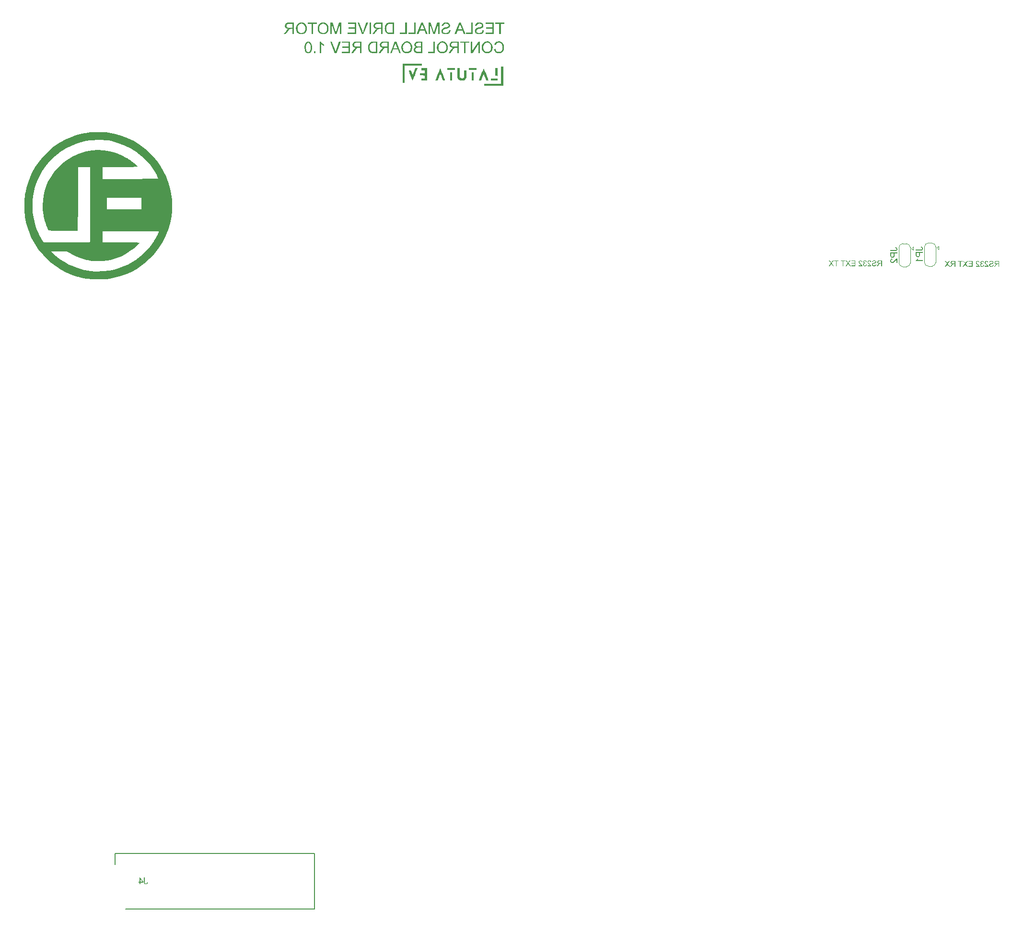
<source format=gbo>
G04 #@! TF.GenerationSoftware,KiCad,Pcbnew,8.0.3*
G04 #@! TF.CreationDate,2024-08-06T18:59:45+01:00*
G04 #@! TF.ProjectId,Tesla Small Drive,5465736c-6120-4536-9d61-6c6c20447269,rev?*
G04 #@! TF.SameCoordinates,Original*
G04 #@! TF.FileFunction,Legend,Bot*
G04 #@! TF.FilePolarity,Positive*
%FSLAX46Y46*%
G04 Gerber Fmt 4.6, Leading zero omitted, Abs format (unit mm)*
G04 Created by KiCad (PCBNEW 8.0.3) date 2024-08-06 18:59:45*
%MOMM*%
%LPD*%
G01*
G04 APERTURE LIST*
G04 Aperture macros list*
%AMFreePoly0*
4,1,19,0.550000,-0.750000,0.000000,-0.750000,0.000000,-0.744911,-0.071157,-0.744911,-0.207708,-0.704816,-0.327430,-0.627875,-0.420627,-0.520320,-0.479746,-0.390866,-0.500000,-0.250000,-0.500000,0.250000,-0.479746,0.390866,-0.420627,0.520320,-0.327430,0.627875,-0.207708,0.704816,-0.071157,0.744911,0.000000,0.744911,0.000000,0.750000,0.550000,0.750000,0.550000,-0.750000,0.550000,-0.750000,
$1*%
%AMFreePoly1*
4,1,19,0.000000,0.744911,0.071157,0.744911,0.207708,0.704816,0.327430,0.627875,0.420627,0.520320,0.479746,0.390866,0.500000,0.250000,0.500000,-0.250000,0.479746,-0.390866,0.420627,-0.520320,0.327430,-0.627875,0.207708,-0.704816,0.071157,-0.744911,0.000000,-0.744911,0.000000,-0.750000,-0.550000,-0.750000,-0.550000,0.750000,0.000000,0.750000,0.000000,0.744911,0.000000,0.744911,
$1*%
G04 Aperture macros list end*
%ADD10C,0.150000*%
%ADD11C,0.254000*%
%ADD12C,0.120000*%
%ADD13C,0.000000*%
%ADD14C,0.200000*%
%ADD15C,3.400000*%
%ADD16C,1.524000*%
%ADD17C,13.000000*%
%ADD18C,8.000000*%
%ADD19R,1.200000X1.200000*%
%ADD20C,1.200000*%
%ADD21R,1.000000X1.000000*%
%ADD22C,1.000000*%
%ADD23R,1.700000X1.700000*%
%ADD24O,1.700000X1.700000*%
%ADD25C,2.374900*%
%ADD26C,0.990600*%
%ADD27FreePoly0,270.000000*%
%ADD28R,1.500000X1.000000*%
%ADD29FreePoly1,270.000000*%
%ADD30C,3.500000*%
%ADD31C,12.800000*%
%ADD32R,2.100000X2.100000*%
%ADD33C,2.100000*%
G04 APERTURE END LIST*
D10*
G36*
X198989357Y-70730000D02*
G01*
X198856245Y-70730000D01*
X198856245Y-70280593D01*
X198701639Y-70280593D01*
X198677673Y-70280898D01*
X198627390Y-70285478D01*
X198611956Y-70289996D01*
X198566573Y-70312344D01*
X198532638Y-70341048D01*
X198498918Y-70380000D01*
X198489133Y-70392757D01*
X198458918Y-70434729D01*
X198430591Y-70476582D01*
X198402686Y-70519462D01*
X198269574Y-70730000D01*
X198101779Y-70730000D01*
X198277145Y-70454738D01*
X198286956Y-70439859D01*
X198317056Y-70398031D01*
X198351679Y-70356496D01*
X198387543Y-70320160D01*
X198423967Y-70293674D01*
X198467899Y-70269846D01*
X198441406Y-70265571D01*
X198392399Y-70254173D01*
X198341931Y-70236079D01*
X198293097Y-70209075D01*
X198253698Y-70175324D01*
X198226670Y-70141097D01*
X198201674Y-70092281D01*
X198188668Y-70044349D01*
X198184495Y-69994096D01*
X198321598Y-69994096D01*
X198327501Y-70039197D01*
X198348464Y-70086420D01*
X198381498Y-70122934D01*
X198426866Y-70147969D01*
X198467001Y-70158954D01*
X198516544Y-70165380D01*
X198569748Y-70167264D01*
X198856245Y-70167264D01*
X198856245Y-69827278D01*
X198537508Y-69827278D01*
X198517018Y-69827692D01*
X198467563Y-69832848D01*
X198416348Y-69847579D01*
X198373621Y-69874417D01*
X198350861Y-69899482D01*
X198328913Y-69943148D01*
X198321598Y-69994096D01*
X198184495Y-69994096D01*
X198184333Y-69992142D01*
X198184497Y-69981696D01*
X198190241Y-69931154D01*
X198204189Y-69883426D01*
X198226343Y-69838513D01*
X198255213Y-69799134D01*
X198293362Y-69765348D01*
X198338206Y-69741549D01*
X198388314Y-69726994D01*
X198437468Y-69719232D01*
X198487089Y-69715270D01*
X198542882Y-69713949D01*
X198989357Y-69713949D01*
X198989357Y-70730000D01*
G37*
G36*
X198026552Y-70397341D02*
G01*
X197901011Y-70386106D01*
X197892028Y-70436995D01*
X197875908Y-70484874D01*
X197859490Y-70515554D01*
X197826973Y-70553448D01*
X197786438Y-70582775D01*
X197758129Y-70597376D01*
X197708785Y-70615036D01*
X197660471Y-70624729D01*
X197608865Y-70628364D01*
X197603524Y-70628394D01*
X197553240Y-70625710D01*
X197503192Y-70616660D01*
X197468946Y-70605680D01*
X197423452Y-70582365D01*
X197385655Y-70547820D01*
X197381995Y-70542909D01*
X197359698Y-70498351D01*
X197353419Y-70455715D01*
X197362152Y-70405921D01*
X197381018Y-70372428D01*
X197417349Y-70339455D01*
X197463865Y-70315413D01*
X197471632Y-70312344D01*
X197520779Y-70296543D01*
X197573789Y-70282203D01*
X197625758Y-70269127D01*
X197650907Y-70263007D01*
X197700011Y-70250505D01*
X197749919Y-70236266D01*
X197797226Y-70220452D01*
X197845324Y-70199504D01*
X197890530Y-70171005D01*
X197927079Y-70138235D01*
X197952791Y-70104738D01*
X197974372Y-70060499D01*
X197985993Y-70012414D01*
X197988206Y-69978220D01*
X197983098Y-69926538D01*
X197967773Y-69877281D01*
X197944975Y-69834605D01*
X197913939Y-69795927D01*
X197875175Y-69763546D01*
X197828683Y-69737461D01*
X197818457Y-69733000D01*
X197770258Y-69716235D01*
X197719084Y-69704956D01*
X197664934Y-69699164D01*
X197633565Y-69698318D01*
X197579282Y-69700592D01*
X197528297Y-69707416D01*
X197480608Y-69718788D01*
X197436217Y-69734710D01*
X197391262Y-69757767D01*
X197348653Y-69789776D01*
X197313772Y-69828512D01*
X197304815Y-69841444D01*
X197280137Y-69887373D01*
X197263808Y-69936928D01*
X197255828Y-69990108D01*
X197255233Y-70001179D01*
X197382972Y-70010949D01*
X197392645Y-69960292D01*
X197412547Y-69912798D01*
X197445569Y-69871244D01*
X197452826Y-69864891D01*
X197495454Y-69838874D01*
X197543281Y-69823697D01*
X197593321Y-69816759D01*
X197628192Y-69815554D01*
X197677954Y-69817693D01*
X197727153Y-69825375D01*
X197777147Y-69842835D01*
X197804535Y-69860251D01*
X197838172Y-69896200D01*
X197857794Y-69944740D01*
X197859734Y-69967718D01*
X197849904Y-70017543D01*
X197820411Y-70057599D01*
X197774204Y-70084252D01*
X197724012Y-70102326D01*
X197676190Y-70116042D01*
X197619644Y-70129895D01*
X197571373Y-70141199D01*
X197520014Y-70154182D01*
X197469145Y-70168526D01*
X197418065Y-70185697D01*
X197396650Y-70194619D01*
X197350842Y-70219282D01*
X197308510Y-70250719D01*
X197272358Y-70290203D01*
X197266957Y-70297934D01*
X197243039Y-70343172D01*
X197229050Y-70392912D01*
X197224947Y-70442037D01*
X197229455Y-70491659D01*
X197242979Y-70539467D01*
X197265519Y-70585463D01*
X197271109Y-70594445D01*
X197303743Y-70636071D01*
X197344248Y-70671496D01*
X197387433Y-70698076D01*
X197403244Y-70705819D01*
X197453442Y-70725064D01*
X197500917Y-70736883D01*
X197551078Y-70743726D01*
X197597173Y-70745631D01*
X197646910Y-70744197D01*
X197701008Y-70738899D01*
X197750875Y-70729698D01*
X197802685Y-70714402D01*
X197826517Y-70704842D01*
X197870191Y-70681899D01*
X197913375Y-70649993D01*
X197950262Y-70611634D01*
X197971353Y-70582477D01*
X197996950Y-70534752D01*
X198014664Y-70483627D01*
X198023793Y-70435328D01*
X198026552Y-70397341D01*
G37*
G36*
X196448499Y-70612763D02*
G01*
X196448499Y-70730000D01*
X197114305Y-70730000D01*
X197110347Y-70680798D01*
X197099895Y-70644026D01*
X197078685Y-70597437D01*
X197053192Y-70555534D01*
X197021784Y-70514060D01*
X197018318Y-70509937D01*
X196982915Y-70471082D01*
X196944828Y-70433820D01*
X196906393Y-70399112D01*
X196863190Y-70362440D01*
X196856629Y-70357041D01*
X196817260Y-70323972D01*
X196772729Y-70285117D01*
X196733397Y-70249016D01*
X196693063Y-70209331D01*
X196655469Y-70168046D01*
X196634856Y-70141863D01*
X196606875Y-70097888D01*
X196586524Y-70050614D01*
X196577197Y-70000541D01*
X196576971Y-69991653D01*
X196584390Y-69939263D01*
X196606646Y-69893468D01*
X196629727Y-69866601D01*
X196669581Y-69837538D01*
X196716939Y-69820539D01*
X196766503Y-69815554D01*
X196818892Y-69821016D01*
X196868474Y-69839642D01*
X196909630Y-69871486D01*
X196940170Y-69915047D01*
X196957114Y-69963514D01*
X196963554Y-70014354D01*
X196963852Y-70026580D01*
X197090858Y-70013147D01*
X197083462Y-69960822D01*
X197070983Y-69913393D01*
X197049999Y-69864244D01*
X197022096Y-69821757D01*
X196992672Y-69790642D01*
X196952586Y-69760758D01*
X196906913Y-69738215D01*
X196855654Y-69723012D01*
X196807271Y-69715822D01*
X196763817Y-69713949D01*
X196711624Y-69716791D01*
X196656094Y-69727292D01*
X196606337Y-69745529D01*
X196562354Y-69771504D01*
X196534473Y-69794794D01*
X196501544Y-69832010D01*
X196473815Y-69879065D01*
X196456649Y-69930943D01*
X196450295Y-69980294D01*
X196449965Y-69995073D01*
X196454036Y-70044164D01*
X196466250Y-70092610D01*
X196474633Y-70114752D01*
X196497737Y-70159608D01*
X196527002Y-70202296D01*
X196556699Y-70238339D01*
X196594993Y-70278709D01*
X196633086Y-70315397D01*
X196671522Y-70350528D01*
X196715300Y-70389059D01*
X196747452Y-70416636D01*
X196786336Y-70449944D01*
X196824645Y-70483398D01*
X196862738Y-70517858D01*
X196890334Y-70544863D01*
X196922303Y-70582937D01*
X196942358Y-70612763D01*
X196448499Y-70612763D01*
G37*
G36*
X196319050Y-70465240D02*
G01*
X196195464Y-70448632D01*
X196182977Y-70496915D01*
X196164477Y-70542586D01*
X196135464Y-70585969D01*
X196123168Y-70598353D01*
X196081574Y-70626185D01*
X196033729Y-70641171D01*
X195998360Y-70644026D01*
X195946382Y-70638111D01*
X195899747Y-70620365D01*
X195858454Y-70590789D01*
X195850837Y-70583454D01*
X195819152Y-70542782D01*
X195799202Y-70496480D01*
X195790988Y-70444550D01*
X195790753Y-70433489D01*
X195796191Y-70383147D01*
X195814736Y-70334548D01*
X195846441Y-70293049D01*
X195888275Y-70261483D01*
X195937210Y-70243020D01*
X195987857Y-70237606D01*
X196038499Y-70242949D01*
X196075296Y-70251284D01*
X196061374Y-70134780D01*
X196041591Y-70136001D01*
X195989090Y-70131210D01*
X195940400Y-70116837D01*
X195899441Y-70095457D01*
X195863426Y-70062387D01*
X195841186Y-70014462D01*
X195836182Y-69970404D01*
X195843801Y-69919819D01*
X195869046Y-69873817D01*
X195882344Y-69859518D01*
X195924086Y-69831053D01*
X195974697Y-69817100D01*
X196001046Y-69815554D01*
X196051719Y-69821874D01*
X196099018Y-69842984D01*
X196121214Y-69860495D01*
X196152458Y-69900520D01*
X196172589Y-69948314D01*
X196183007Y-69995317D01*
X196306594Y-69973335D01*
X196293993Y-69921931D01*
X196275853Y-69875856D01*
X196248337Y-69829724D01*
X196213586Y-69790554D01*
X196203768Y-69781849D01*
X196161132Y-69752143D01*
X196113581Y-69730924D01*
X196061115Y-69718193D01*
X196011174Y-69714016D01*
X196003733Y-69713949D01*
X195953553Y-69717384D01*
X195901276Y-69729096D01*
X195852058Y-69749120D01*
X195808237Y-69776360D01*
X195772151Y-69809717D01*
X195746057Y-69845352D01*
X195723583Y-69892029D01*
X195711481Y-69940836D01*
X195709176Y-69974556D01*
X195714940Y-70025449D01*
X195732233Y-70072552D01*
X195744103Y-70093014D01*
X195778084Y-70132688D01*
X195819397Y-70162942D01*
X195847906Y-70177766D01*
X195800791Y-70192980D01*
X195755873Y-70218177D01*
X195718779Y-70252104D01*
X195709176Y-70263984D01*
X195683030Y-70308115D01*
X195666567Y-70358685D01*
X195660031Y-70409705D01*
X195659595Y-70427871D01*
X195664200Y-70484072D01*
X195678014Y-70536417D01*
X195701038Y-70584905D01*
X195733272Y-70629536D01*
X195755826Y-70653307D01*
X195793691Y-70684683D01*
X195842359Y-70713083D01*
X195895865Y-70732648D01*
X195945579Y-70742385D01*
X195998848Y-70745631D01*
X196054721Y-70741903D01*
X196106292Y-70730718D01*
X196153563Y-70712077D01*
X196196532Y-70685979D01*
X196219155Y-70667718D01*
X196253822Y-70631315D01*
X196281312Y-70590494D01*
X196301626Y-70545255D01*
X196314765Y-70495599D01*
X196319050Y-70465240D01*
G37*
G36*
X194891207Y-70612763D02*
G01*
X194891207Y-70730000D01*
X195557013Y-70730000D01*
X195553054Y-70680798D01*
X195542602Y-70644026D01*
X195521392Y-70597437D01*
X195495900Y-70555534D01*
X195464491Y-70514060D01*
X195461025Y-70509937D01*
X195425623Y-70471082D01*
X195387536Y-70433820D01*
X195349101Y-70399112D01*
X195305898Y-70362440D01*
X195299337Y-70357041D01*
X195259968Y-70323972D01*
X195215436Y-70285117D01*
X195176105Y-70249016D01*
X195135770Y-70209331D01*
X195098177Y-70168046D01*
X195077564Y-70141863D01*
X195049582Y-70097888D01*
X195029232Y-70050614D01*
X195019905Y-70000541D01*
X195019678Y-69991653D01*
X195027097Y-69939263D01*
X195049354Y-69893468D01*
X195072435Y-69866601D01*
X195112289Y-69837538D01*
X195159647Y-69820539D01*
X195209211Y-69815554D01*
X195261599Y-69821016D01*
X195311182Y-69839642D01*
X195352337Y-69871486D01*
X195382877Y-69915047D01*
X195399821Y-69963514D01*
X195406261Y-70014354D01*
X195406559Y-70026580D01*
X195533565Y-70013147D01*
X195526169Y-69960822D01*
X195513690Y-69913393D01*
X195492706Y-69864244D01*
X195464803Y-69821757D01*
X195435380Y-69790642D01*
X195395294Y-69760758D01*
X195349621Y-69738215D01*
X195298362Y-69723012D01*
X195249979Y-69715822D01*
X195206524Y-69713949D01*
X195154332Y-69716791D01*
X195098801Y-69727292D01*
X195049045Y-69745529D01*
X195005062Y-69771504D01*
X194977180Y-69794794D01*
X194944252Y-69832010D01*
X194916523Y-69879065D01*
X194899357Y-69930943D01*
X194893002Y-69980294D01*
X194892672Y-69995073D01*
X194896743Y-70044164D01*
X194908957Y-70092610D01*
X194917341Y-70114752D01*
X194940445Y-70159608D01*
X194969709Y-70202296D01*
X194999406Y-70238339D01*
X195037701Y-70278709D01*
X195075793Y-70315397D01*
X195114230Y-70350528D01*
X195158008Y-70389059D01*
X195190160Y-70416636D01*
X195229043Y-70449944D01*
X195267353Y-70483398D01*
X195305445Y-70517858D01*
X195333042Y-70544863D01*
X195365010Y-70582937D01*
X195385066Y-70612763D01*
X194891207Y-70612763D01*
G37*
G36*
X194320655Y-70730000D02*
G01*
X194320655Y-69713949D01*
X193592568Y-69713949D01*
X193592568Y-69831186D01*
X194187543Y-69831186D01*
X194187543Y-70151632D01*
X193630425Y-70151632D01*
X193630425Y-70268869D01*
X194187543Y-70268869D01*
X194187543Y-70612763D01*
X193569120Y-70612763D01*
X193569120Y-70730000D01*
X194320655Y-70730000D01*
G37*
G36*
X193492916Y-70730000D02*
G01*
X193103349Y-70200481D01*
X193446755Y-69713949D01*
X193288241Y-69713949D01*
X193105303Y-69972114D01*
X193075900Y-70014397D01*
X193047047Y-70058152D01*
X193024459Y-70095945D01*
X192997428Y-70054042D01*
X192966894Y-70010765D01*
X192944591Y-69981151D01*
X192742114Y-69713949D01*
X192597034Y-69713949D01*
X192950942Y-70192909D01*
X192569678Y-70730000D01*
X192734542Y-70730000D01*
X192987822Y-70370718D01*
X193015071Y-70329846D01*
X193031786Y-70303307D01*
X193057585Y-70344848D01*
X193079902Y-70379023D01*
X193332693Y-70730000D01*
X193492916Y-70730000D01*
G37*
G36*
X192201360Y-70730000D02*
G01*
X192201360Y-69831186D01*
X192533042Y-69831186D01*
X192533042Y-69713949D01*
X191734856Y-69713949D01*
X191734856Y-69831186D01*
X192068004Y-69831186D01*
X192068004Y-70730000D01*
X192201360Y-70730000D01*
G37*
G36*
X191008478Y-70730000D02*
G01*
X191008478Y-69831186D01*
X191340160Y-69831186D01*
X191340160Y-69713949D01*
X190541974Y-69713949D01*
X190541974Y-69831186D01*
X190875122Y-69831186D01*
X190875122Y-70730000D01*
X191008478Y-70730000D01*
G37*
G36*
X190512177Y-70730000D02*
G01*
X190122609Y-70200481D01*
X190466015Y-69713949D01*
X190307501Y-69713949D01*
X190124563Y-69972114D01*
X190095160Y-70014397D01*
X190066308Y-70058152D01*
X190043719Y-70095945D01*
X190016688Y-70054042D01*
X189986154Y-70010765D01*
X189963852Y-69981151D01*
X189761374Y-69713949D01*
X189616294Y-69713949D01*
X189970202Y-70192909D01*
X189588939Y-70730000D01*
X189753803Y-70730000D01*
X190007083Y-70370718D01*
X190034331Y-70329846D01*
X190051046Y-70303307D01*
X190076845Y-70344848D01*
X190099162Y-70379023D01*
X190351953Y-70730000D01*
X190512177Y-70730000D01*
G37*
G36*
X131670690Y-29700000D02*
G01*
X131670690Y-27902372D01*
X132334054Y-27902372D01*
X132334054Y-27667899D01*
X130737683Y-27667899D01*
X130737683Y-27902372D01*
X131403977Y-27902372D01*
X131403977Y-29700000D01*
X131670690Y-29700000D01*
G37*
G36*
X130467550Y-29700000D02*
G01*
X130467550Y-27667899D01*
X129011374Y-27667899D01*
X129011374Y-27902372D01*
X130201325Y-27902372D01*
X130201325Y-28543265D01*
X129087090Y-28543265D01*
X129087090Y-28777739D01*
X130201325Y-28777739D01*
X130201325Y-29465526D01*
X128964480Y-29465526D01*
X128964480Y-29700000D01*
X130467550Y-29700000D01*
G37*
G36*
X128697766Y-29034682D02*
G01*
X128446685Y-29012212D01*
X128428718Y-29113990D01*
X128396478Y-29209749D01*
X128363642Y-29271109D01*
X128298607Y-29346897D01*
X128217538Y-29405550D01*
X128160921Y-29434752D01*
X128062233Y-29470072D01*
X127965604Y-29489459D01*
X127862392Y-29496729D01*
X127851709Y-29496789D01*
X127751143Y-29491421D01*
X127651045Y-29473321D01*
X127582554Y-29451360D01*
X127491565Y-29404731D01*
X127415972Y-29335641D01*
X127408653Y-29325819D01*
X127364058Y-29236703D01*
X127351500Y-29151430D01*
X127368965Y-29051842D01*
X127406699Y-28984856D01*
X127479361Y-28918911D01*
X127572393Y-28870826D01*
X127587927Y-28864689D01*
X127686220Y-28833086D01*
X127792240Y-28804407D01*
X127896178Y-28778254D01*
X127946475Y-28766015D01*
X128044684Y-28741010D01*
X128144501Y-28712533D01*
X128239115Y-28680904D01*
X128335310Y-28639009D01*
X128425723Y-28582011D01*
X128498819Y-28516471D01*
X128550244Y-28449476D01*
X128593406Y-28360999D01*
X128616647Y-28264829D01*
X128621074Y-28196441D01*
X128610857Y-28093077D01*
X128580207Y-27994562D01*
X128534612Y-27909211D01*
X128472540Y-27831855D01*
X128395012Y-27767092D01*
X128302028Y-27714923D01*
X128281577Y-27706001D01*
X128185178Y-27672470D01*
X128082830Y-27649913D01*
X127974530Y-27638329D01*
X127911793Y-27636636D01*
X127803227Y-27641185D01*
X127701256Y-27654832D01*
X127605879Y-27677577D01*
X127517096Y-27709420D01*
X127427186Y-27755535D01*
X127341968Y-27819553D01*
X127272206Y-27897024D01*
X127254291Y-27922889D01*
X127204937Y-28014747D01*
X127172279Y-28113856D01*
X127156317Y-28220216D01*
X127155129Y-28242358D01*
X127410607Y-28261898D01*
X127429952Y-28160584D01*
X127469756Y-28065596D01*
X127535800Y-27982488D01*
X127550314Y-27969783D01*
X127635570Y-27917748D01*
X127731225Y-27887394D01*
X127831303Y-27873518D01*
X127901046Y-27871109D01*
X128000569Y-27875387D01*
X128098969Y-27890751D01*
X128198956Y-27925670D01*
X128253733Y-27960502D01*
X128321007Y-28032401D01*
X128360250Y-28129480D01*
X128364131Y-28175436D01*
X128344469Y-28275087D01*
X128285484Y-28355198D01*
X128193069Y-28408504D01*
X128092685Y-28444652D01*
X127997041Y-28472084D01*
X127883949Y-28499790D01*
X127787409Y-28522399D01*
X127684690Y-28548365D01*
X127582952Y-28577053D01*
X127480793Y-28611395D01*
X127437962Y-28629239D01*
X127346346Y-28678565D01*
X127261682Y-28741438D01*
X127189378Y-28820407D01*
X127178576Y-28835868D01*
X127130741Y-28926344D01*
X127102761Y-29025824D01*
X127094556Y-29124075D01*
X127103572Y-29223318D01*
X127130620Y-29318935D01*
X127175700Y-29410927D01*
X127186880Y-29428890D01*
X127252148Y-29512142D01*
X127333159Y-29582992D01*
X127419528Y-29636152D01*
X127451151Y-29651639D01*
X127551546Y-29690129D01*
X127646496Y-29713767D01*
X127746818Y-29727452D01*
X127839009Y-29731263D01*
X127938482Y-29728395D01*
X128046677Y-29717799D01*
X128146411Y-29699397D01*
X128250031Y-29668805D01*
X128297697Y-29649685D01*
X128385044Y-29603798D01*
X128471413Y-29539987D01*
X128545185Y-29463269D01*
X128587369Y-29404954D01*
X128638562Y-29309505D01*
X128673991Y-29207255D01*
X128692248Y-29110657D01*
X128697766Y-29034682D01*
G37*
G36*
X126752128Y-29700000D02*
G01*
X126752128Y-27667899D01*
X126485415Y-27667899D01*
X126485415Y-29465526D01*
X125493789Y-29465526D01*
X125493789Y-29700000D01*
X126752128Y-29700000D01*
G37*
G36*
X125404884Y-29700000D02*
G01*
X125122051Y-29700000D01*
X124900767Y-29074738D01*
X124058618Y-29074738D01*
X123823656Y-29700000D01*
X123520307Y-29700000D01*
X123862615Y-28855896D01*
X124141172Y-28855896D01*
X124824075Y-28855896D01*
X124602791Y-28264340D01*
X124569635Y-28168658D01*
X124540509Y-28072609D01*
X124515413Y-27976195D01*
X124494347Y-27879413D01*
X124488292Y-27900224D01*
X124456277Y-28002654D01*
X124421266Y-28105770D01*
X124385573Y-28205313D01*
X124351221Y-28297557D01*
X124141172Y-28855896D01*
X123862615Y-28855896D01*
X124344382Y-27667899D01*
X124631612Y-27667899D01*
X125404884Y-29700000D01*
G37*
G36*
X122785136Y-29034682D02*
G01*
X122534054Y-29012212D01*
X122516087Y-29113990D01*
X122483847Y-29209749D01*
X122451011Y-29271109D01*
X122385976Y-29346897D01*
X122304907Y-29405550D01*
X122248290Y-29434752D01*
X122149602Y-29470072D01*
X122052973Y-29489459D01*
X121949762Y-29496729D01*
X121939078Y-29496789D01*
X121838512Y-29491421D01*
X121738414Y-29473321D01*
X121669923Y-29451360D01*
X121578935Y-29404731D01*
X121503341Y-29335641D01*
X121496022Y-29325819D01*
X121451427Y-29236703D01*
X121438869Y-29151430D01*
X121456334Y-29051842D01*
X121494068Y-28984856D01*
X121566730Y-28918911D01*
X121659762Y-28870826D01*
X121675296Y-28864689D01*
X121773590Y-28833086D01*
X121879609Y-28804407D01*
X121983547Y-28778254D01*
X122033845Y-28766015D01*
X122132053Y-28741010D01*
X122231870Y-28712533D01*
X122326484Y-28680904D01*
X122422679Y-28639009D01*
X122513092Y-28582011D01*
X122586188Y-28516471D01*
X122637613Y-28449476D01*
X122680775Y-28360999D01*
X122704016Y-28264829D01*
X122708443Y-28196441D01*
X122698227Y-28093077D01*
X122667577Y-27994562D01*
X122621981Y-27909211D01*
X122559909Y-27831855D01*
X122482381Y-27767092D01*
X122389397Y-27714923D01*
X122368946Y-27706001D01*
X122272548Y-27672470D01*
X122170199Y-27649913D01*
X122061900Y-27638329D01*
X121999162Y-27636636D01*
X121890596Y-27641185D01*
X121788625Y-27654832D01*
X121693248Y-27677577D01*
X121604466Y-27709420D01*
X121514555Y-27755535D01*
X121429337Y-27819553D01*
X121359575Y-27897024D01*
X121341660Y-27922889D01*
X121292306Y-28014747D01*
X121259648Y-28113856D01*
X121243687Y-28220216D01*
X121242498Y-28242358D01*
X121497976Y-28261898D01*
X121517322Y-28160584D01*
X121557125Y-28065596D01*
X121623169Y-27982488D01*
X121637683Y-27969783D01*
X121722939Y-27917748D01*
X121818594Y-27887394D01*
X121918673Y-27873518D01*
X121988415Y-27871109D01*
X122087939Y-27875387D01*
X122186338Y-27890751D01*
X122286325Y-27925670D01*
X122341102Y-27960502D01*
X122408376Y-28032401D01*
X122447619Y-28129480D01*
X122451500Y-28175436D01*
X122431838Y-28275087D01*
X122372854Y-28355198D01*
X122280438Y-28408504D01*
X122180054Y-28444652D01*
X122084410Y-28472084D01*
X121971318Y-28499790D01*
X121874778Y-28522399D01*
X121772059Y-28548365D01*
X121670322Y-28577053D01*
X121568162Y-28611395D01*
X121525331Y-28629239D01*
X121433716Y-28678565D01*
X121349051Y-28741438D01*
X121276747Y-28820407D01*
X121265945Y-28835868D01*
X121218110Y-28926344D01*
X121190131Y-29025824D01*
X121181926Y-29124075D01*
X121190942Y-29223318D01*
X121217990Y-29318935D01*
X121263069Y-29410927D01*
X121274249Y-29428890D01*
X121339518Y-29512142D01*
X121420528Y-29582992D01*
X121506897Y-29636152D01*
X121538520Y-29651639D01*
X121638915Y-29690129D01*
X121733865Y-29713767D01*
X121834188Y-29727452D01*
X121926378Y-29731263D01*
X122025851Y-29728395D01*
X122134047Y-29717799D01*
X122233780Y-29699397D01*
X122337400Y-29668805D01*
X122385066Y-29649685D01*
X122472413Y-29603798D01*
X122558782Y-29539987D01*
X122632554Y-29463269D01*
X122674738Y-29404954D01*
X122725931Y-29309505D01*
X122761360Y-29207255D01*
X122779617Y-29110657D01*
X122785136Y-29034682D01*
G37*
G36*
X120836566Y-29700000D02*
G01*
X120836566Y-27667899D01*
X120435519Y-27667899D01*
X119958757Y-29108932D01*
X119928013Y-29203240D01*
X119895851Y-29303351D01*
X119866451Y-29397415D01*
X119862526Y-29410327D01*
X119831453Y-29312462D01*
X119797269Y-29208449D01*
X119764495Y-29110538D01*
X119755547Y-29084019D01*
X119273412Y-27667899D01*
X118914863Y-27667899D01*
X118914863Y-29700000D01*
X119171807Y-29700000D01*
X119171807Y-27996161D01*
X119757013Y-29700000D01*
X119997348Y-29700000D01*
X120580111Y-27967341D01*
X120580111Y-29700000D01*
X120836566Y-29700000D01*
G37*
G36*
X118718492Y-29700000D02*
G01*
X118435659Y-29700000D01*
X118214375Y-29074738D01*
X117372226Y-29074738D01*
X117137264Y-29700000D01*
X116833914Y-29700000D01*
X117176223Y-28855896D01*
X117454780Y-28855896D01*
X118137683Y-28855896D01*
X117916399Y-28264340D01*
X117883243Y-28168658D01*
X117854117Y-28072609D01*
X117829021Y-27976195D01*
X117807955Y-27879413D01*
X117801900Y-27900224D01*
X117769885Y-28002654D01*
X117734874Y-28105770D01*
X117699181Y-28205313D01*
X117664829Y-28297557D01*
X117454780Y-28855896D01*
X117176223Y-28855896D01*
X117657990Y-27667899D01*
X117945219Y-27667899D01*
X118718492Y-29700000D01*
G37*
G36*
X116642428Y-29700000D02*
G01*
X116642428Y-27667899D01*
X116375715Y-27667899D01*
X116375715Y-29465526D01*
X115384089Y-29465526D01*
X115384089Y-29700000D01*
X116642428Y-29700000D01*
G37*
G36*
X115085136Y-29700000D02*
G01*
X115085136Y-27667899D01*
X114818422Y-27667899D01*
X114818422Y-29465526D01*
X113826796Y-29465526D01*
X113826796Y-29700000D01*
X115085136Y-29700000D01*
G37*
G36*
X112844940Y-29700000D02*
G01*
X112118073Y-29700000D01*
X112095401Y-29699864D01*
X111997436Y-29695901D01*
X111896380Y-29685063D01*
X111794696Y-29665317D01*
X111734920Y-29648601D01*
X111641692Y-29612766D01*
X111553872Y-29563712D01*
X111511047Y-29531835D01*
X111435606Y-29459985D01*
X111370690Y-29379064D01*
X111360308Y-29364169D01*
X111307503Y-29273652D01*
X111265810Y-29178740D01*
X111233426Y-29083042D01*
X111207451Y-28978302D01*
X111191499Y-28878193D01*
X111182264Y-28771489D01*
X111179692Y-28672714D01*
X111179764Y-28668806D01*
X111454221Y-28668806D01*
X111456093Y-28753213D01*
X111464413Y-28858222D01*
X111481728Y-28966066D01*
X111507466Y-29063014D01*
X111540465Y-29149259D01*
X111589822Y-29240396D01*
X111654989Y-29321912D01*
X111663595Y-29330340D01*
X111745355Y-29389111D01*
X111835729Y-29427913D01*
X111842896Y-29430227D01*
X111941997Y-29452266D01*
X112043053Y-29462551D01*
X112148360Y-29465526D01*
X112578227Y-29465526D01*
X112578227Y-27902372D01*
X112155198Y-27902372D01*
X112111744Y-27902741D01*
X112007117Y-27907336D01*
X111908971Y-27918782D01*
X111810327Y-27944382D01*
X111773905Y-27960815D01*
X111688992Y-28017458D01*
X111620076Y-28087444D01*
X111558269Y-28175436D01*
X111522909Y-28245171D01*
X111490902Y-28339812D01*
X111468853Y-28448759D01*
X111457879Y-28553527D01*
X111454221Y-28668806D01*
X111179764Y-28668806D01*
X111180929Y-28605761D01*
X111189043Y-28493148D01*
X111204731Y-28386332D01*
X111227992Y-28285312D01*
X111258827Y-28190090D01*
X111303218Y-28089065D01*
X111357745Y-27997505D01*
X111422409Y-27915409D01*
X111497208Y-27842777D01*
X111512672Y-27829843D01*
X111595943Y-27772847D01*
X111689137Y-27728635D01*
X111792254Y-27697208D01*
X111833594Y-27688765D01*
X111932588Y-27676171D01*
X112040282Y-27669731D01*
X112150802Y-27667899D01*
X112844940Y-27667899D01*
X112844940Y-29700000D01*
G37*
G36*
X110820167Y-29700000D02*
G01*
X110553942Y-29700000D01*
X110553942Y-28801186D01*
X110244731Y-28801186D01*
X110196798Y-28801796D01*
X110096231Y-28810956D01*
X110065365Y-28819993D01*
X109974598Y-28864689D01*
X109906729Y-28922097D01*
X109839288Y-29000000D01*
X109819718Y-29025515D01*
X109759289Y-29109458D01*
X109702634Y-29193165D01*
X109646824Y-29278925D01*
X109380600Y-29700000D01*
X109045010Y-29700000D01*
X109395743Y-29149476D01*
X109415363Y-29119719D01*
X109475564Y-29036063D01*
X109544811Y-28952992D01*
X109616538Y-28880321D01*
X109689387Y-28827348D01*
X109777250Y-28779692D01*
X109724263Y-28771142D01*
X109626249Y-28748347D01*
X109525314Y-28712159D01*
X109427647Y-28658151D01*
X109348848Y-28590648D01*
X109294792Y-28522194D01*
X109244801Y-28424563D01*
X109218789Y-28328698D01*
X109210443Y-28228192D01*
X109484647Y-28228192D01*
X109496454Y-28318395D01*
X109538381Y-28412840D01*
X109604448Y-28485868D01*
X109695184Y-28535938D01*
X109775454Y-28557909D01*
X109874541Y-28570760D01*
X109980949Y-28574528D01*
X110553942Y-28574528D01*
X110553942Y-27894556D01*
X109916468Y-27894556D01*
X109875489Y-27895385D01*
X109776578Y-27905697D01*
X109674149Y-27935158D01*
X109588695Y-27988834D01*
X109543174Y-28038965D01*
X109499279Y-28126297D01*
X109484647Y-28228192D01*
X109210443Y-28228192D01*
X109210118Y-28224284D01*
X109210446Y-28203392D01*
X109221933Y-28102308D01*
X109249830Y-28006853D01*
X109294138Y-27917027D01*
X109351878Y-27838268D01*
X109428175Y-27770697D01*
X109517864Y-27723098D01*
X109618080Y-27693989D01*
X109716388Y-27678464D01*
X109815630Y-27670540D01*
X109927215Y-27667899D01*
X110820167Y-27667899D01*
X110820167Y-29700000D01*
G37*
G36*
X108758757Y-29700000D02*
G01*
X108758757Y-27667899D01*
X108492044Y-27667899D01*
X108492044Y-29700000D01*
X108758757Y-29700000D01*
G37*
G36*
X107450593Y-29700000D02*
G01*
X108231193Y-27667899D01*
X107942498Y-27667899D01*
X107418841Y-29145568D01*
X107385018Y-29243808D01*
X107354441Y-29338493D01*
X107324273Y-29439530D01*
X107313328Y-29478715D01*
X107282588Y-29374607D01*
X107252475Y-29280909D01*
X107220043Y-29187212D01*
X107204884Y-29145568D01*
X106660711Y-27667899D01*
X106388625Y-27667899D01*
X107177041Y-29700000D01*
X107450593Y-29700000D01*
G37*
G36*
X106154640Y-29700000D02*
G01*
X106154640Y-27667899D01*
X104698464Y-27667899D01*
X104698464Y-27902372D01*
X105888415Y-27902372D01*
X105888415Y-28543265D01*
X104774180Y-28543265D01*
X104774180Y-28777739D01*
X105888415Y-28777739D01*
X105888415Y-29465526D01*
X104651570Y-29465526D01*
X104651570Y-29700000D01*
X106154640Y-29700000D01*
G37*
G36*
X103524633Y-29700000D02*
G01*
X103524633Y-27667899D01*
X103123586Y-27667899D01*
X102646824Y-29108932D01*
X102616080Y-29203240D01*
X102583918Y-29303351D01*
X102554518Y-29397415D01*
X102550593Y-29410327D01*
X102519520Y-29312462D01*
X102485336Y-29208449D01*
X102452562Y-29110538D01*
X102443614Y-29084019D01*
X101961479Y-27667899D01*
X101602930Y-27667899D01*
X101602930Y-29700000D01*
X101859874Y-29700000D01*
X101859874Y-27996161D01*
X102445080Y-29700000D01*
X102685415Y-29700000D01*
X103268178Y-27967341D01*
X103268178Y-29700000D01*
X103524633Y-29700000D01*
G37*
G36*
X100380587Y-27639143D02*
G01*
X100480970Y-27650287D01*
X100599581Y-27676753D01*
X100710559Y-27717148D01*
X100813904Y-27771473D01*
X100909617Y-27839728D01*
X100997697Y-27921912D01*
X101060780Y-27996535D01*
X101115452Y-28078013D01*
X101161713Y-28166345D01*
X101199563Y-28261531D01*
X101229002Y-28363571D01*
X101250030Y-28472465D01*
X101262647Y-28588214D01*
X101266852Y-28710816D01*
X101262799Y-28809855D01*
X101250641Y-28906935D01*
X101226211Y-29017722D01*
X101190748Y-29125844D01*
X101151570Y-29216399D01*
X101120940Y-29274544D01*
X101059221Y-29368731D01*
X100987169Y-29453288D01*
X100904787Y-29528214D01*
X100812072Y-29593510D01*
X100783811Y-29610191D01*
X100696209Y-29653777D01*
X100604384Y-29687677D01*
X100508333Y-29711891D01*
X100408058Y-29726420D01*
X100303558Y-29731263D01*
X100238536Y-29729309D01*
X100127429Y-29716486D01*
X100019735Y-29691695D01*
X99915453Y-29654937D01*
X99814584Y-29606210D01*
X99746270Y-29564257D01*
X99659086Y-29495866D01*
X99581765Y-29416208D01*
X99514309Y-29325283D01*
X99464340Y-29238381D01*
X99449315Y-29207720D01*
X99410057Y-29112718D01*
X99379523Y-29013181D01*
X99357713Y-28909111D01*
X99344627Y-28800507D01*
X99340265Y-28687369D01*
X99340289Y-28685415D01*
X99615282Y-28685415D01*
X99620029Y-28803629D01*
X99634268Y-28913114D01*
X99658001Y-29013869D01*
X99691226Y-29105894D01*
X99743628Y-29204801D01*
X99809699Y-29291137D01*
X99834418Y-29316987D01*
X99913564Y-29384529D01*
X100000197Y-29437063D01*
X100094319Y-29474586D01*
X100195928Y-29497100D01*
X100305024Y-29504605D01*
X100341517Y-29503779D01*
X100446349Y-29491386D01*
X100544208Y-29464120D01*
X100635095Y-29421982D01*
X100719010Y-29364973D01*
X100795952Y-29293091D01*
X100852383Y-29223188D01*
X100907475Y-29129262D01*
X100948794Y-29024378D01*
X100972706Y-28928606D01*
X100987053Y-28825225D01*
X100991835Y-28714235D01*
X100991039Y-28657926D01*
X100984674Y-28551467D01*
X100971942Y-28453220D01*
X100947077Y-28341961D01*
X100912265Y-28243534D01*
X100857362Y-28142360D01*
X100788136Y-28059665D01*
X100762304Y-28035885D01*
X100681097Y-27973752D01*
X100594326Y-27925426D01*
X100501991Y-27890908D01*
X100404091Y-27870197D01*
X100300628Y-27863293D01*
X100239440Y-27865786D01*
X100134052Y-27882835D01*
X100034769Y-27916035D01*
X99941591Y-27965387D01*
X99884220Y-28006425D01*
X99808340Y-28078996D01*
X99744670Y-28164781D01*
X99698325Y-28252128D01*
X99688269Y-28275516D01*
X99654533Y-28373992D01*
X99631177Y-28480344D01*
X99619256Y-28579864D01*
X99615282Y-28685415D01*
X99340289Y-28685415D01*
X99340725Y-28649641D01*
X99347622Y-28539480D01*
X99362798Y-28433852D01*
X99386251Y-28332759D01*
X99417982Y-28236199D01*
X99457990Y-28144173D01*
X99488970Y-28085867D01*
X99551231Y-27991804D01*
X99623729Y-27907885D01*
X99706466Y-27834111D01*
X99799441Y-27770481D01*
X99899963Y-27718328D01*
X100005767Y-27678985D01*
X100100661Y-27655458D01*
X100199437Y-27641341D01*
X100302093Y-27636636D01*
X100380587Y-27639143D01*
G37*
G36*
X98496650Y-29700000D02*
G01*
X98496650Y-27902372D01*
X99160013Y-27902372D01*
X99160013Y-27667899D01*
X97563642Y-27667899D01*
X97563642Y-27902372D01*
X98229937Y-27902372D01*
X98229937Y-29700000D01*
X98496650Y-29700000D01*
G37*
G36*
X96544997Y-27639143D02*
G01*
X96645381Y-27650287D01*
X96763991Y-27676753D01*
X96874969Y-27717148D01*
X96978314Y-27771473D01*
X97074027Y-27839728D01*
X97162107Y-27921912D01*
X97225190Y-27996535D01*
X97279863Y-28078013D01*
X97326124Y-28166345D01*
X97363974Y-28261531D01*
X97393413Y-28363571D01*
X97414440Y-28472465D01*
X97427057Y-28588214D01*
X97431263Y-28710816D01*
X97427210Y-28809855D01*
X97415051Y-28906935D01*
X97390621Y-29017722D01*
X97355158Y-29125844D01*
X97315980Y-29216399D01*
X97285350Y-29274544D01*
X97223631Y-29368731D01*
X97151580Y-29453288D01*
X97069197Y-29528214D01*
X96976482Y-29593510D01*
X96948221Y-29610191D01*
X96860620Y-29653777D01*
X96768794Y-29687677D01*
X96672744Y-29711891D01*
X96572468Y-29726420D01*
X96467969Y-29731263D01*
X96402947Y-29729309D01*
X96291840Y-29716486D01*
X96184145Y-29691695D01*
X96079864Y-29654937D01*
X95978995Y-29606210D01*
X95910681Y-29564257D01*
X95823496Y-29495866D01*
X95746175Y-29416208D01*
X95678719Y-29325283D01*
X95628750Y-29238381D01*
X95613726Y-29207720D01*
X95574467Y-29112718D01*
X95543933Y-29013181D01*
X95522123Y-28909111D01*
X95509037Y-28800507D01*
X95504675Y-28687369D01*
X95504699Y-28685415D01*
X95779692Y-28685415D01*
X95784439Y-28803629D01*
X95798679Y-28913114D01*
X95822411Y-29013869D01*
X95855637Y-29105894D01*
X95908038Y-29204801D01*
X95974110Y-29291137D01*
X95998828Y-29316987D01*
X96077974Y-29384529D01*
X96164608Y-29437063D01*
X96258729Y-29474586D01*
X96360338Y-29497100D01*
X96469434Y-29504605D01*
X96505928Y-29503779D01*
X96610759Y-29491386D01*
X96708619Y-29464120D01*
X96799506Y-29421982D01*
X96883420Y-29364973D01*
X96960362Y-29293091D01*
X97016793Y-29223188D01*
X97071885Y-29129262D01*
X97113204Y-29024378D01*
X97137116Y-28928606D01*
X97151463Y-28825225D01*
X97156245Y-28714235D01*
X97155449Y-28657926D01*
X97149084Y-28551467D01*
X97136353Y-28453220D01*
X97111487Y-28341961D01*
X97076675Y-28243534D01*
X97021772Y-28142360D01*
X96952547Y-28059665D01*
X96926714Y-28035885D01*
X96845507Y-27973752D01*
X96758736Y-27925426D01*
X96666401Y-27890908D01*
X96568501Y-27870197D01*
X96465038Y-27863293D01*
X96403851Y-27865786D01*
X96298462Y-27882835D01*
X96199179Y-27916035D01*
X96106001Y-27965387D01*
X96048631Y-28006425D01*
X95972750Y-28078996D01*
X95909080Y-28164781D01*
X95862735Y-28252128D01*
X95852679Y-28275516D01*
X95818943Y-28373992D01*
X95795587Y-28480344D01*
X95783666Y-28579864D01*
X95779692Y-28685415D01*
X95504699Y-28685415D01*
X95505135Y-28649641D01*
X95512033Y-28539480D01*
X95527208Y-28433852D01*
X95550661Y-28332759D01*
X95582392Y-28236199D01*
X95622400Y-28144173D01*
X95653381Y-28085867D01*
X95715641Y-27991804D01*
X95788140Y-27907885D01*
X95870877Y-27834111D01*
X95963852Y-27770481D01*
X96064373Y-27718328D01*
X96170178Y-27678985D01*
X96265072Y-27655458D01*
X96363847Y-27641341D01*
X96466503Y-27636636D01*
X96544997Y-27639143D01*
G37*
G36*
X95169085Y-29700000D02*
G01*
X94902861Y-29700000D01*
X94902861Y-28801186D01*
X94593649Y-28801186D01*
X94545717Y-28801796D01*
X94445150Y-28810956D01*
X94414283Y-28819993D01*
X94323517Y-28864689D01*
X94255647Y-28922097D01*
X94188206Y-29000000D01*
X94168636Y-29025515D01*
X94108207Y-29109458D01*
X94051552Y-29193165D01*
X93995743Y-29278925D01*
X93729518Y-29700000D01*
X93393928Y-29700000D01*
X93744661Y-29149476D01*
X93764282Y-29119719D01*
X93824483Y-29036063D01*
X93893729Y-28952992D01*
X93965457Y-28880321D01*
X94038305Y-28827348D01*
X94126168Y-28779692D01*
X94073182Y-28771142D01*
X93975168Y-28748347D01*
X93874232Y-28712159D01*
X93776565Y-28658151D01*
X93697766Y-28590648D01*
X93643711Y-28522194D01*
X93593719Y-28424563D01*
X93567707Y-28328698D01*
X93559361Y-28228192D01*
X93833565Y-28228192D01*
X93845372Y-28318395D01*
X93887299Y-28412840D01*
X93953367Y-28485868D01*
X94044103Y-28535938D01*
X94124372Y-28557909D01*
X94223459Y-28570760D01*
X94329867Y-28574528D01*
X94902861Y-28574528D01*
X94902861Y-27894556D01*
X94265387Y-27894556D01*
X94224407Y-27895385D01*
X94125496Y-27905697D01*
X94023067Y-27935158D01*
X93937613Y-27988834D01*
X93892092Y-28038965D01*
X93848197Y-28126297D01*
X93833565Y-28228192D01*
X93559361Y-28228192D01*
X93559036Y-28224284D01*
X93559365Y-28203392D01*
X93570852Y-28102308D01*
X93598749Y-28006853D01*
X93643056Y-27917027D01*
X93700797Y-27838268D01*
X93777094Y-27770697D01*
X93866782Y-27723098D01*
X93966998Y-27693989D01*
X94065306Y-27678464D01*
X94164549Y-27670540D01*
X94276133Y-27667899D01*
X95169085Y-27667899D01*
X95169085Y-29700000D01*
G37*
G36*
X130745987Y-32340949D02*
G01*
X130479274Y-32408360D01*
X130508798Y-32508604D01*
X130544857Y-32601121D01*
X130596755Y-32701939D01*
X130658063Y-32791630D01*
X130728783Y-32870192D01*
X130781158Y-32916385D01*
X130866091Y-32975816D01*
X130957860Y-33022951D01*
X131056463Y-33057790D01*
X131161902Y-33080333D01*
X131274175Y-33090579D01*
X131313119Y-33091263D01*
X131411968Y-33088007D01*
X131522747Y-33075505D01*
X131624974Y-33053626D01*
X131718649Y-33022370D01*
X131817127Y-32974055D01*
X131843126Y-32957906D01*
X131927592Y-32893859D01*
X132002756Y-32818405D01*
X132068616Y-32731544D01*
X132125173Y-32633277D01*
X132153314Y-32572002D01*
X132189504Y-32475809D01*
X132218206Y-32377005D01*
X132239421Y-32275591D01*
X132253148Y-32171566D01*
X132259388Y-32064931D01*
X132259804Y-32028806D01*
X132255579Y-31912955D01*
X132242906Y-31802805D01*
X132221782Y-31698357D01*
X132192210Y-31599610D01*
X132154188Y-31506565D01*
X132139637Y-31476817D01*
X132082201Y-31379231D01*
X132015042Y-31292490D01*
X131938159Y-31216596D01*
X131851552Y-31151547D01*
X131797697Y-31119246D01*
X131698354Y-31071471D01*
X131594803Y-31035430D01*
X131487045Y-31011124D01*
X131375080Y-30998552D01*
X131309211Y-30996636D01*
X131199204Y-31002114D01*
X131095964Y-31018549D01*
X130999490Y-31045941D01*
X130895489Y-31091745D01*
X130800697Y-31152463D01*
X130716495Y-31226715D01*
X130644260Y-31313121D01*
X130591870Y-31396858D01*
X130548272Y-31489526D01*
X130513468Y-31591123D01*
X130776273Y-31653161D01*
X130809873Y-31560697D01*
X130855714Y-31469335D01*
X130916774Y-31384799D01*
X130979483Y-31325875D01*
X131069509Y-31271779D01*
X131172893Y-31237719D01*
X131277358Y-31224195D01*
X131314584Y-31223293D01*
X131412475Y-31228669D01*
X131515476Y-31247980D01*
X131609014Y-31281334D01*
X131702930Y-31335645D01*
X131783280Y-31404909D01*
X131849024Y-31486307D01*
X131900162Y-31579837D01*
X131922260Y-31637041D01*
X131949829Y-31732326D01*
X131969521Y-31829138D01*
X131981337Y-31927476D01*
X131985275Y-32027341D01*
X131981699Y-32137666D01*
X131970970Y-32241681D01*
X131953088Y-32339384D01*
X131923893Y-32443317D01*
X131910537Y-32480167D01*
X131867764Y-32570567D01*
X131807309Y-32657743D01*
X131733795Y-32729541D01*
X131677529Y-32768862D01*
X131586455Y-32815144D01*
X131491284Y-32846279D01*
X131392018Y-32862268D01*
X131335101Y-32864605D01*
X131227512Y-32856362D01*
X131128471Y-32831632D01*
X131037979Y-32790416D01*
X130956036Y-32732714D01*
X130884656Y-32658770D01*
X130825854Y-32568827D01*
X130784721Y-32477004D01*
X130753219Y-32372933D01*
X130745987Y-32340949D01*
G37*
G36*
X129357558Y-30999143D02*
G01*
X129457942Y-31010287D01*
X129576552Y-31036753D01*
X129687530Y-31077148D01*
X129790875Y-31131473D01*
X129886588Y-31199728D01*
X129974668Y-31281912D01*
X130037751Y-31356535D01*
X130092424Y-31438013D01*
X130138685Y-31526345D01*
X130176535Y-31621531D01*
X130205974Y-31723571D01*
X130227001Y-31832465D01*
X130239618Y-31948214D01*
X130243824Y-32070816D01*
X130239771Y-32169855D01*
X130227612Y-32266935D01*
X130203182Y-32377722D01*
X130167719Y-32485844D01*
X130128541Y-32576399D01*
X130097911Y-32634544D01*
X130036192Y-32728731D01*
X129964141Y-32813288D01*
X129881758Y-32888214D01*
X129789043Y-32953510D01*
X129760782Y-32970191D01*
X129673181Y-33013777D01*
X129581355Y-33047677D01*
X129485305Y-33071891D01*
X129385030Y-33086420D01*
X129280530Y-33091263D01*
X129215508Y-33089309D01*
X129104401Y-33076486D01*
X128996706Y-33051695D01*
X128892425Y-33014937D01*
X128791556Y-32966210D01*
X128723242Y-32924257D01*
X128636057Y-32855866D01*
X128558736Y-32776208D01*
X128491280Y-32685283D01*
X128441311Y-32598381D01*
X128426287Y-32567720D01*
X128387028Y-32472718D01*
X128356494Y-32373181D01*
X128334684Y-32269111D01*
X128321598Y-32160507D01*
X128317236Y-32047369D01*
X128317260Y-32045415D01*
X128592254Y-32045415D01*
X128597000Y-32163629D01*
X128611240Y-32273114D01*
X128634972Y-32373869D01*
X128668198Y-32465894D01*
X128720599Y-32564801D01*
X128786671Y-32651137D01*
X128811389Y-32676987D01*
X128890535Y-32744529D01*
X128977169Y-32797063D01*
X129071290Y-32834586D01*
X129172899Y-32857100D01*
X129281995Y-32864605D01*
X129318489Y-32863779D01*
X129423320Y-32851386D01*
X129521180Y-32824120D01*
X129612067Y-32781982D01*
X129695981Y-32724973D01*
X129772923Y-32653091D01*
X129829355Y-32583188D01*
X129884447Y-32489262D01*
X129925766Y-32384378D01*
X129949677Y-32288606D01*
X129964024Y-32185225D01*
X129968806Y-32074235D01*
X129968011Y-32017926D01*
X129961645Y-31911467D01*
X129948914Y-31813220D01*
X129924048Y-31701961D01*
X129889236Y-31603534D01*
X129834333Y-31502360D01*
X129765108Y-31419665D01*
X129739275Y-31395885D01*
X129658068Y-31333752D01*
X129571297Y-31285426D01*
X129478962Y-31250908D01*
X129381063Y-31230197D01*
X129277599Y-31223293D01*
X129216412Y-31225786D01*
X129111023Y-31242835D01*
X129011740Y-31276035D01*
X128918562Y-31325387D01*
X128861192Y-31366425D01*
X128785311Y-31438996D01*
X128721641Y-31524781D01*
X128675296Y-31612128D01*
X128665240Y-31635516D01*
X128631504Y-31733992D01*
X128608148Y-31840344D01*
X128596227Y-31939864D01*
X128592254Y-32045415D01*
X128317260Y-32045415D01*
X128317696Y-32009641D01*
X128324594Y-31899480D01*
X128339769Y-31793852D01*
X128363222Y-31692759D01*
X128394953Y-31596199D01*
X128434961Y-31504173D01*
X128465942Y-31445867D01*
X128528202Y-31351804D01*
X128600701Y-31267885D01*
X128683438Y-31194111D01*
X128776413Y-31130481D01*
X128876934Y-31078328D01*
X128982739Y-31038985D01*
X129077633Y-31015458D01*
X129176408Y-31001341D01*
X129279064Y-30996636D01*
X129357558Y-30999143D01*
G37*
G36*
X127988485Y-33060000D02*
G01*
X127988485Y-31027899D01*
X127715422Y-31027899D01*
X126657362Y-32623293D01*
X126657362Y-31027899D01*
X126401884Y-31027899D01*
X126401884Y-33060000D01*
X126674947Y-33060000D01*
X127733007Y-31463140D01*
X127733007Y-33060000D01*
X127988485Y-33060000D01*
G37*
G36*
X125453244Y-33060000D02*
G01*
X125453244Y-31262372D01*
X126116608Y-31262372D01*
X126116608Y-31027899D01*
X124520237Y-31027899D01*
X124520237Y-31262372D01*
X125186531Y-31262372D01*
X125186531Y-33060000D01*
X125453244Y-33060000D01*
G37*
G36*
X124251570Y-33060000D02*
G01*
X123985345Y-33060000D01*
X123985345Y-32161186D01*
X123676133Y-32161186D01*
X123628201Y-32161796D01*
X123527634Y-32170956D01*
X123496768Y-32179993D01*
X123406001Y-32224689D01*
X123338131Y-32282097D01*
X123270690Y-32360000D01*
X123251120Y-32385515D01*
X123190691Y-32469458D01*
X123134036Y-32553165D01*
X123078227Y-32638925D01*
X122812002Y-33060000D01*
X122476413Y-33060000D01*
X122827145Y-32509476D01*
X122846766Y-32479719D01*
X122906967Y-32396063D01*
X122976214Y-32312992D01*
X123047941Y-32240321D01*
X123120790Y-32187348D01*
X123208653Y-32139692D01*
X123155666Y-32131142D01*
X123057652Y-32108347D01*
X122956716Y-32072159D01*
X122859050Y-32018151D01*
X122780251Y-31950648D01*
X122726195Y-31882194D01*
X122676203Y-31784563D01*
X122650191Y-31688698D01*
X122641846Y-31588192D01*
X122916050Y-31588192D01*
X122927856Y-31678395D01*
X122969783Y-31772840D01*
X123035851Y-31845868D01*
X123126587Y-31895938D01*
X123206857Y-31917909D01*
X123305943Y-31930760D01*
X123412351Y-31934528D01*
X123985345Y-31934528D01*
X123985345Y-31254556D01*
X123347871Y-31254556D01*
X123306891Y-31255385D01*
X123207981Y-31265697D01*
X123105551Y-31295158D01*
X123020097Y-31348834D01*
X122974576Y-31398965D01*
X122930681Y-31486297D01*
X122916050Y-31588192D01*
X122641846Y-31588192D01*
X122641521Y-31584284D01*
X122641849Y-31563392D01*
X122653336Y-31462308D01*
X122681233Y-31366853D01*
X122725540Y-31277027D01*
X122783281Y-31198268D01*
X122859578Y-31130697D01*
X122949267Y-31083098D01*
X123049483Y-31053989D01*
X123147790Y-31038464D01*
X123247033Y-31030540D01*
X123358618Y-31027899D01*
X124251570Y-31027899D01*
X124251570Y-33060000D01*
G37*
G36*
X121430412Y-30999143D02*
G01*
X121530796Y-31010287D01*
X121649406Y-31036753D01*
X121760384Y-31077148D01*
X121863729Y-31131473D01*
X121959442Y-31199728D01*
X122047522Y-31281912D01*
X122110606Y-31356535D01*
X122165278Y-31438013D01*
X122211539Y-31526345D01*
X122249389Y-31621531D01*
X122278828Y-31723571D01*
X122299856Y-31832465D01*
X122312472Y-31948214D01*
X122316678Y-32070816D01*
X122312625Y-32169855D01*
X122300466Y-32266935D01*
X122276036Y-32377722D01*
X122240573Y-32485844D01*
X122201395Y-32576399D01*
X122170766Y-32634544D01*
X122109046Y-32728731D01*
X122036995Y-32813288D01*
X121954612Y-32888214D01*
X121861898Y-32953510D01*
X121833636Y-32970191D01*
X121746035Y-33013777D01*
X121654209Y-33047677D01*
X121558159Y-33071891D01*
X121457884Y-33086420D01*
X121353384Y-33091263D01*
X121288362Y-33089309D01*
X121177255Y-33076486D01*
X121069560Y-33051695D01*
X120965279Y-33014937D01*
X120864410Y-32966210D01*
X120796096Y-32924257D01*
X120708911Y-32855866D01*
X120631591Y-32776208D01*
X120564134Y-32685283D01*
X120514166Y-32598381D01*
X120499141Y-32567720D01*
X120459883Y-32472718D01*
X120429348Y-32373181D01*
X120407538Y-32269111D01*
X120394452Y-32160507D01*
X120390090Y-32047369D01*
X120390114Y-32045415D01*
X120665108Y-32045415D01*
X120669854Y-32163629D01*
X120684094Y-32273114D01*
X120707826Y-32373869D01*
X120741052Y-32465894D01*
X120793453Y-32564801D01*
X120859525Y-32651137D01*
X120884243Y-32676987D01*
X120963389Y-32744529D01*
X121050023Y-32797063D01*
X121144144Y-32834586D01*
X121245753Y-32857100D01*
X121354849Y-32864605D01*
X121391343Y-32863779D01*
X121496174Y-32851386D01*
X121594034Y-32824120D01*
X121684921Y-32781982D01*
X121768835Y-32724973D01*
X121845778Y-32653091D01*
X121902209Y-32583188D01*
X121957301Y-32489262D01*
X121998620Y-32384378D01*
X122022531Y-32288606D01*
X122036878Y-32185225D01*
X122041660Y-32074235D01*
X122040865Y-32017926D01*
X122034499Y-31911467D01*
X122021768Y-31813220D01*
X121996902Y-31701961D01*
X121962091Y-31603534D01*
X121907187Y-31502360D01*
X121837962Y-31419665D01*
X121812129Y-31395885D01*
X121730922Y-31333752D01*
X121644151Y-31285426D01*
X121551816Y-31250908D01*
X121453917Y-31230197D01*
X121350453Y-31223293D01*
X121289266Y-31225786D01*
X121183878Y-31242835D01*
X121084594Y-31276035D01*
X120991416Y-31325387D01*
X120934046Y-31366425D01*
X120858165Y-31438996D01*
X120794495Y-31524781D01*
X120748150Y-31612128D01*
X120738094Y-31635516D01*
X120704358Y-31733992D01*
X120681003Y-31840344D01*
X120669081Y-31939864D01*
X120665108Y-32045415D01*
X120390114Y-32045415D01*
X120390550Y-32009641D01*
X120397448Y-31899480D01*
X120412624Y-31793852D01*
X120436077Y-31692759D01*
X120467807Y-31596199D01*
X120507815Y-31504173D01*
X120538796Y-31445867D01*
X120601056Y-31351804D01*
X120673555Y-31267885D01*
X120756292Y-31194111D01*
X120849267Y-31130481D01*
X120949788Y-31078328D01*
X121055593Y-31038985D01*
X121150487Y-31015458D01*
X121249262Y-31001341D01*
X121351919Y-30996636D01*
X121430412Y-30999143D01*
G37*
G36*
X120069644Y-33060000D02*
G01*
X120069644Y-31027899D01*
X119802930Y-31027899D01*
X119802930Y-32825526D01*
X118811304Y-32825526D01*
X118811304Y-33060000D01*
X120069644Y-33060000D01*
G37*
G36*
X117840195Y-33060000D02*
G01*
X117072295Y-33060000D01*
X117048472Y-33059866D01*
X116947077Y-33055959D01*
X116845563Y-33045273D01*
X116747452Y-33025806D01*
X116707028Y-33014180D01*
X116612195Y-32976587D01*
X116526657Y-32924200D01*
X116494680Y-32896929D01*
X116427815Y-32817802D01*
X116379134Y-32732714D01*
X116353061Y-32669425D01*
X116327920Y-32569796D01*
X116319656Y-32466001D01*
X116595533Y-32466001D01*
X116603200Y-32548801D01*
X116635589Y-32642344D01*
X116665447Y-32690463D01*
X116737194Y-32758604D01*
X116796940Y-32789258D01*
X116891067Y-32815757D01*
X116974135Y-32823656D01*
X117072295Y-32825526D01*
X117573482Y-32825526D01*
X117573482Y-32106475D01*
X117107955Y-32106475D01*
X117017371Y-32108674D01*
X116911263Y-32118875D01*
X116813398Y-32141646D01*
X116722051Y-32189274D01*
X116653175Y-32262791D01*
X116649628Y-32268224D01*
X116608199Y-32363204D01*
X116595533Y-32466001D01*
X116319656Y-32466001D01*
X116319539Y-32464535D01*
X116319922Y-32442254D01*
X116333346Y-32336514D01*
X116365947Y-32240219D01*
X116417725Y-32153370D01*
X116436877Y-32129319D01*
X116511447Y-32058946D01*
X116602523Y-32003648D01*
X116698604Y-31966769D01*
X116632261Y-31929125D01*
X116549578Y-31862469D01*
X116487090Y-31783586D01*
X116463184Y-31740390D01*
X116428357Y-31643262D01*
X116420252Y-31572072D01*
X116679553Y-31572072D01*
X116689370Y-31657998D01*
X116730844Y-31748415D01*
X116794836Y-31808377D01*
X116884228Y-31848555D01*
X116935328Y-31859889D01*
X117037243Y-31869713D01*
X117138241Y-31872002D01*
X117573482Y-31872002D01*
X117573482Y-31262372D01*
X117170969Y-31262372D01*
X117070494Y-31264143D01*
X116967311Y-31271337D01*
X116864689Y-31290704D01*
X116798910Y-31321625D01*
X116727424Y-31395240D01*
X116693064Y-31472048D01*
X116679553Y-31572072D01*
X116420252Y-31572072D01*
X116416748Y-31541297D01*
X116423007Y-31464464D01*
X116450828Y-31364905D01*
X116495882Y-31276538D01*
X116551257Y-31203647D01*
X116625833Y-31138453D01*
X116714724Y-31088960D01*
X116780003Y-31065168D01*
X116876779Y-31043164D01*
X116974934Y-31031715D01*
X117084508Y-31027899D01*
X117840195Y-31027899D01*
X117840195Y-33060000D01*
G37*
G36*
X115158256Y-30999143D02*
G01*
X115258640Y-31010287D01*
X115377250Y-31036753D01*
X115488228Y-31077148D01*
X115591573Y-31131473D01*
X115687286Y-31199728D01*
X115775366Y-31281912D01*
X115838449Y-31356535D01*
X115893121Y-31438013D01*
X115939383Y-31526345D01*
X115977233Y-31621531D01*
X116006671Y-31723571D01*
X116027699Y-31832465D01*
X116040316Y-31948214D01*
X116044521Y-32070816D01*
X116040469Y-32169855D01*
X116028310Y-32266935D01*
X116003880Y-32377722D01*
X115968417Y-32485844D01*
X115929239Y-32576399D01*
X115898609Y-32634544D01*
X115836890Y-32728731D01*
X115764839Y-32813288D01*
X115682456Y-32888214D01*
X115589741Y-32953510D01*
X115561480Y-32970191D01*
X115473879Y-33013777D01*
X115382053Y-33047677D01*
X115286002Y-33071891D01*
X115185727Y-33086420D01*
X115081228Y-33091263D01*
X115016206Y-33089309D01*
X114905099Y-33076486D01*
X114797404Y-33051695D01*
X114693122Y-33014937D01*
X114592254Y-32966210D01*
X114523939Y-32924257D01*
X114436755Y-32855866D01*
X114359434Y-32776208D01*
X114291978Y-32685283D01*
X114242009Y-32598381D01*
X114226985Y-32567720D01*
X114187726Y-32472718D01*
X114157192Y-32373181D01*
X114135382Y-32269111D01*
X114122296Y-32160507D01*
X114117934Y-32047369D01*
X114117958Y-32045415D01*
X114392951Y-32045415D01*
X114397698Y-32163629D01*
X114411937Y-32273114D01*
X114435670Y-32373869D01*
X114468896Y-32465894D01*
X114521297Y-32564801D01*
X114587369Y-32651137D01*
X114612087Y-32676987D01*
X114691233Y-32744529D01*
X114777867Y-32797063D01*
X114871988Y-32834586D01*
X114973597Y-32857100D01*
X115082693Y-32864605D01*
X115119186Y-32863779D01*
X115224018Y-32851386D01*
X115321877Y-32824120D01*
X115412764Y-32781982D01*
X115496679Y-32724973D01*
X115573621Y-32653091D01*
X115630052Y-32583188D01*
X115685144Y-32489262D01*
X115726463Y-32384378D01*
X115750375Y-32288606D01*
X115764722Y-32185225D01*
X115769504Y-32074235D01*
X115768708Y-32017926D01*
X115762343Y-31911467D01*
X115749612Y-31813220D01*
X115724746Y-31701961D01*
X115689934Y-31603534D01*
X115635031Y-31502360D01*
X115565806Y-31419665D01*
X115539973Y-31395885D01*
X115458766Y-31333752D01*
X115371995Y-31285426D01*
X115279660Y-31250908D01*
X115181760Y-31230197D01*
X115078297Y-31223293D01*
X115017110Y-31225786D01*
X114911721Y-31242835D01*
X114812438Y-31276035D01*
X114719260Y-31325387D01*
X114661889Y-31366425D01*
X114586009Y-31438996D01*
X114522339Y-31524781D01*
X114475994Y-31612128D01*
X114465938Y-31635516D01*
X114432202Y-31733992D01*
X114408846Y-31840344D01*
X114396925Y-31939864D01*
X114392951Y-32045415D01*
X114117958Y-32045415D01*
X114118394Y-32009641D01*
X114125292Y-31899480D01*
X114140467Y-31793852D01*
X114163920Y-31692759D01*
X114195651Y-31596199D01*
X114235659Y-31504173D01*
X114266640Y-31445867D01*
X114328900Y-31351804D01*
X114401399Y-31267885D01*
X114484136Y-31194111D01*
X114577110Y-31130481D01*
X114677632Y-31078328D01*
X114783437Y-31038985D01*
X114878331Y-31015458D01*
X114977106Y-31001341D01*
X115079762Y-30996636D01*
X115158256Y-30999143D01*
G37*
G36*
X114007536Y-33060000D02*
G01*
X113724703Y-33060000D01*
X113503419Y-32434738D01*
X112661270Y-32434738D01*
X112426308Y-33060000D01*
X112122958Y-33060000D01*
X112465267Y-32215896D01*
X112743824Y-32215896D01*
X113426727Y-32215896D01*
X113205443Y-31624340D01*
X113172287Y-31528658D01*
X113143161Y-31432609D01*
X113118065Y-31336195D01*
X113096999Y-31239413D01*
X113090944Y-31260224D01*
X113058929Y-31362654D01*
X113023918Y-31465770D01*
X112988225Y-31565313D01*
X112953872Y-31657557D01*
X112743824Y-32215896D01*
X112465267Y-32215896D01*
X112947034Y-31027899D01*
X113234263Y-31027899D01*
X114007536Y-33060000D01*
G37*
G36*
X111916329Y-33060000D02*
G01*
X111650104Y-33060000D01*
X111650104Y-32161186D01*
X111340893Y-32161186D01*
X111292960Y-32161796D01*
X111192393Y-32170956D01*
X111161527Y-32179993D01*
X111070760Y-32224689D01*
X111002891Y-32282097D01*
X110935450Y-32360000D01*
X110915880Y-32385515D01*
X110855451Y-32469458D01*
X110798796Y-32553165D01*
X110742986Y-32638925D01*
X110476762Y-33060000D01*
X110141172Y-33060000D01*
X110491905Y-32509476D01*
X110511525Y-32479719D01*
X110571726Y-32396063D01*
X110640973Y-32312992D01*
X110712700Y-32240321D01*
X110785549Y-32187348D01*
X110873412Y-32139692D01*
X110820425Y-32131142D01*
X110722411Y-32108347D01*
X110621475Y-32072159D01*
X110523809Y-32018151D01*
X110445010Y-31950648D01*
X110390954Y-31882194D01*
X110340963Y-31784563D01*
X110314951Y-31688698D01*
X110306605Y-31588192D01*
X110580809Y-31588192D01*
X110592616Y-31678395D01*
X110634542Y-31772840D01*
X110700610Y-31845868D01*
X110791346Y-31895938D01*
X110871616Y-31917909D01*
X110970703Y-31930760D01*
X111077110Y-31934528D01*
X111650104Y-31934528D01*
X111650104Y-31254556D01*
X111012630Y-31254556D01*
X110971650Y-31255385D01*
X110872740Y-31265697D01*
X110770310Y-31295158D01*
X110684856Y-31348834D01*
X110639336Y-31398965D01*
X110595441Y-31486297D01*
X110580809Y-31588192D01*
X110306605Y-31588192D01*
X110306280Y-31584284D01*
X110306608Y-31563392D01*
X110318095Y-31462308D01*
X110345992Y-31366853D01*
X110390300Y-31277027D01*
X110448040Y-31198268D01*
X110524337Y-31130697D01*
X110614026Y-31083098D01*
X110714242Y-31053989D01*
X110812550Y-31038464D01*
X110911792Y-31030540D01*
X111023377Y-31027899D01*
X111916329Y-31027899D01*
X111916329Y-33060000D01*
G37*
G36*
X109900348Y-33060000D02*
G01*
X109173482Y-33060000D01*
X109150809Y-33059864D01*
X109052844Y-33055901D01*
X108951788Y-33045063D01*
X108850104Y-33025317D01*
X108790328Y-33008601D01*
X108697100Y-32972766D01*
X108609281Y-32923712D01*
X108566455Y-32891835D01*
X108491014Y-32819985D01*
X108426099Y-32739064D01*
X108415716Y-32724169D01*
X108362912Y-32633652D01*
X108321219Y-32538740D01*
X108288834Y-32443042D01*
X108262859Y-32338302D01*
X108246907Y-32238193D01*
X108237672Y-32131489D01*
X108235101Y-32032714D01*
X108235173Y-32028806D01*
X108509630Y-32028806D01*
X108511502Y-32113213D01*
X108519821Y-32218222D01*
X108537136Y-32326066D01*
X108562875Y-32423014D01*
X108595873Y-32509259D01*
X108645230Y-32600396D01*
X108710397Y-32681912D01*
X108719003Y-32690340D01*
X108800763Y-32749111D01*
X108891137Y-32787913D01*
X108898304Y-32790227D01*
X108997406Y-32812266D01*
X109098461Y-32822551D01*
X109203768Y-32825526D01*
X109633635Y-32825526D01*
X109633635Y-31262372D01*
X109210607Y-31262372D01*
X109167152Y-31262741D01*
X109062525Y-31267336D01*
X108964379Y-31278782D01*
X108865736Y-31304382D01*
X108829313Y-31320815D01*
X108744400Y-31377458D01*
X108675484Y-31447444D01*
X108613677Y-31535436D01*
X108578317Y-31605171D01*
X108546310Y-31699812D01*
X108524261Y-31808759D01*
X108513288Y-31913527D01*
X108509630Y-32028806D01*
X108235173Y-32028806D01*
X108236337Y-31965761D01*
X108244452Y-31853148D01*
X108260139Y-31746332D01*
X108283401Y-31645312D01*
X108314235Y-31550090D01*
X108358627Y-31449065D01*
X108413154Y-31357505D01*
X108477817Y-31275409D01*
X108552616Y-31202777D01*
X108568080Y-31189843D01*
X108651352Y-31132847D01*
X108744545Y-31088635D01*
X108847662Y-31057208D01*
X108889002Y-31048765D01*
X108987996Y-31036171D01*
X109095690Y-31029731D01*
X109206210Y-31027899D01*
X109900348Y-31027899D01*
X109900348Y-33060000D01*
G37*
G36*
X107097906Y-33060000D02*
G01*
X106831681Y-33060000D01*
X106831681Y-32161186D01*
X106522470Y-32161186D01*
X106474537Y-32161796D01*
X106373970Y-32170956D01*
X106343104Y-32179993D01*
X106252337Y-32224689D01*
X106184468Y-32282097D01*
X106117027Y-32360000D01*
X106097457Y-32385515D01*
X106037028Y-32469458D01*
X105980373Y-32553165D01*
X105924563Y-32638925D01*
X105658339Y-33060000D01*
X105322749Y-33060000D01*
X105673482Y-32509476D01*
X105693102Y-32479719D01*
X105753303Y-32396063D01*
X105822550Y-32312992D01*
X105894277Y-32240321D01*
X105967126Y-32187348D01*
X106054989Y-32139692D01*
X106002002Y-32131142D01*
X105903988Y-32108347D01*
X105803053Y-32072159D01*
X105705386Y-32018151D01*
X105626587Y-31950648D01*
X105572531Y-31882194D01*
X105522540Y-31784563D01*
X105496528Y-31688698D01*
X105488182Y-31588192D01*
X105762386Y-31588192D01*
X105774193Y-31678395D01*
X105816120Y-31772840D01*
X105882187Y-31845868D01*
X105972923Y-31895938D01*
X106053193Y-31917909D01*
X106152280Y-31930760D01*
X106258688Y-31934528D01*
X106831681Y-31934528D01*
X106831681Y-31254556D01*
X106194207Y-31254556D01*
X106153228Y-31255385D01*
X106054317Y-31265697D01*
X105951888Y-31295158D01*
X105866434Y-31348834D01*
X105820913Y-31398965D01*
X105777018Y-31486297D01*
X105762386Y-31588192D01*
X105488182Y-31588192D01*
X105487857Y-31584284D01*
X105488185Y-31563392D01*
X105499672Y-31462308D01*
X105527570Y-31366853D01*
X105571877Y-31277027D01*
X105629617Y-31198268D01*
X105705914Y-31130697D01*
X105795603Y-31083098D01*
X105895819Y-31053989D01*
X105994127Y-31038464D01*
X106093370Y-31030540D01*
X106204954Y-31027899D01*
X107097906Y-31027899D01*
X107097906Y-33060000D01*
G37*
G36*
X105076064Y-33060000D02*
G01*
X105076064Y-31027899D01*
X103619888Y-31027899D01*
X103619888Y-31262372D01*
X104809839Y-31262372D01*
X104809839Y-31903265D01*
X103695603Y-31903265D01*
X103695603Y-32137739D01*
X104809839Y-32137739D01*
X104809839Y-32825526D01*
X103572993Y-32825526D01*
X103572993Y-33060000D01*
X105076064Y-33060000D01*
G37*
G36*
X102639986Y-33060000D02*
G01*
X103420586Y-31027899D01*
X103131891Y-31027899D01*
X102608234Y-32505568D01*
X102574411Y-32603808D01*
X102543834Y-32698493D01*
X102513666Y-32799530D01*
X102502721Y-32838715D01*
X102471981Y-32734607D01*
X102441867Y-32640909D01*
X102409436Y-32547212D01*
X102394277Y-32505568D01*
X101850104Y-31027899D01*
X101578018Y-31027899D01*
X102366434Y-33060000D01*
X102639986Y-33060000D01*
G37*
G36*
X99740823Y-33060000D02*
G01*
X99987997Y-33060000D01*
X99987997Y-31476329D01*
X100062872Y-31541175D01*
X100145267Y-31600618D01*
X100222470Y-31649253D01*
X100310235Y-31698788D01*
X100400055Y-31743580D01*
X100482833Y-31778213D01*
X100482833Y-31528108D01*
X100394506Y-31483853D01*
X100299686Y-31428525D01*
X100211400Y-31368128D01*
X100129648Y-31302663D01*
X100119888Y-31294124D01*
X100047897Y-31226010D01*
X99980483Y-31150624D01*
X99922438Y-31068402D01*
X99900069Y-31027899D01*
X99740823Y-31027899D01*
X99740823Y-33060000D01*
G37*
G36*
X98976343Y-33060000D02*
G01*
X98976343Y-32778632D01*
X98694487Y-32778632D01*
X98694487Y-33060000D01*
X98976343Y-33060000D01*
G37*
G36*
X97760683Y-31032072D02*
G01*
X97858915Y-31050619D01*
X97958258Y-31089221D01*
X98045778Y-31146601D01*
X98113647Y-31211997D01*
X98172662Y-31289972D01*
X98222823Y-31380525D01*
X98264131Y-31483656D01*
X98277225Y-31525825D01*
X98302771Y-31633770D01*
X98319085Y-31736936D01*
X98330248Y-31849925D01*
X98335615Y-31951586D01*
X98337404Y-32060069D01*
X98335652Y-32164074D01*
X98330397Y-32262497D01*
X98317940Y-32385046D01*
X98299256Y-32497672D01*
X98274343Y-32600376D01*
X98243202Y-32693158D01*
X98195518Y-32795182D01*
X98138101Y-32881702D01*
X98071423Y-32952920D01*
X97982519Y-33017384D01*
X97881646Y-33061793D01*
X97785659Y-33083895D01*
X97680879Y-33091263D01*
X97600576Y-33087072D01*
X97501841Y-33068449D01*
X97402150Y-33029689D01*
X97314515Y-32972072D01*
X97246493Y-32906279D01*
X97187508Y-32828091D01*
X97137561Y-32737507D01*
X97096650Y-32634528D01*
X97083643Y-32592294D01*
X97058268Y-32484395D01*
X97042062Y-32381493D01*
X97030973Y-32268973D01*
X97025642Y-32167861D01*
X97023866Y-32060069D01*
X97023870Y-32059581D01*
X97277878Y-32059581D01*
X97277992Y-32090337D01*
X97280716Y-32206883D01*
X97287074Y-32313063D01*
X97300131Y-32431213D01*
X97318864Y-32533168D01*
X97348837Y-32634136D01*
X97394138Y-32722456D01*
X97416413Y-32752050D01*
X97488957Y-32823366D01*
X97579623Y-32871881D01*
X97680879Y-32888053D01*
X97712280Y-32886601D01*
X97810130Y-32860803D01*
X97897485Y-32802757D01*
X97967131Y-32722944D01*
X97981210Y-32701004D01*
X98023331Y-32603719D01*
X98050579Y-32494954D01*
X98067042Y-32386424D01*
X98076125Y-32287887D01*
X98081574Y-32178939D01*
X98083391Y-32059581D01*
X98083266Y-32028746D01*
X98080266Y-31911520D01*
X98073267Y-31804080D01*
X98058894Y-31683540D01*
X98038272Y-31578289D01*
X98005276Y-31472170D01*
X97955408Y-31376189D01*
X97948990Y-31367263D01*
X97877416Y-31293590D01*
X97783146Y-31245277D01*
X97683321Y-31231109D01*
X97651396Y-31232556D01*
X97552172Y-31258278D01*
X97464016Y-31316152D01*
X97394138Y-31395729D01*
X97380059Y-31417556D01*
X97337938Y-31514598D01*
X97310690Y-31623340D01*
X97294227Y-31731982D01*
X97285144Y-31830695D01*
X97279695Y-31939894D01*
X97277878Y-32059581D01*
X97023870Y-32059581D01*
X97024265Y-32004827D01*
X97027459Y-31900860D01*
X97035223Y-31790547D01*
X97049419Y-31678959D01*
X97069295Y-31582819D01*
X97075107Y-31560866D01*
X97104568Y-31467318D01*
X97143647Y-31373437D01*
X97194347Y-31282400D01*
X97236845Y-31224240D01*
X97310668Y-31150623D01*
X97396580Y-31093356D01*
X97476818Y-31058838D01*
X97574115Y-31035634D01*
X97680879Y-31027899D01*
X97760683Y-31032072D01*
G37*
G36*
X219689357Y-70830000D02*
G01*
X219556245Y-70830000D01*
X219556245Y-70380593D01*
X219401639Y-70380593D01*
X219377673Y-70380898D01*
X219327390Y-70385478D01*
X219311956Y-70389996D01*
X219266573Y-70412344D01*
X219232638Y-70441048D01*
X219198918Y-70480000D01*
X219189133Y-70492757D01*
X219158918Y-70534729D01*
X219130591Y-70576582D01*
X219102686Y-70619462D01*
X218969574Y-70830000D01*
X218801779Y-70830000D01*
X218977145Y-70554738D01*
X218986956Y-70539859D01*
X219017056Y-70498031D01*
X219051679Y-70456496D01*
X219087543Y-70420160D01*
X219123967Y-70393674D01*
X219167899Y-70369846D01*
X219141406Y-70365571D01*
X219092399Y-70354173D01*
X219041931Y-70336079D01*
X218993097Y-70309075D01*
X218953698Y-70275324D01*
X218926670Y-70241097D01*
X218901674Y-70192281D01*
X218888668Y-70144349D01*
X218884495Y-70094096D01*
X219021598Y-70094096D01*
X219027501Y-70139197D01*
X219048464Y-70186420D01*
X219081498Y-70222934D01*
X219126866Y-70247969D01*
X219167001Y-70258954D01*
X219216544Y-70265380D01*
X219269748Y-70267264D01*
X219556245Y-70267264D01*
X219556245Y-69927278D01*
X219237508Y-69927278D01*
X219217018Y-69927692D01*
X219167563Y-69932848D01*
X219116348Y-69947579D01*
X219073621Y-69974417D01*
X219050861Y-69999482D01*
X219028913Y-70043148D01*
X219021598Y-70094096D01*
X218884495Y-70094096D01*
X218884333Y-70092142D01*
X218884497Y-70081696D01*
X218890241Y-70031154D01*
X218904189Y-69983426D01*
X218926343Y-69938513D01*
X218955213Y-69899134D01*
X218993362Y-69865348D01*
X219038206Y-69841549D01*
X219088314Y-69826994D01*
X219137468Y-69819232D01*
X219187089Y-69815270D01*
X219242882Y-69813949D01*
X219689357Y-69813949D01*
X219689357Y-70830000D01*
G37*
G36*
X218726552Y-70497341D02*
G01*
X218601011Y-70486106D01*
X218592028Y-70536995D01*
X218575908Y-70584874D01*
X218559490Y-70615554D01*
X218526973Y-70653448D01*
X218486438Y-70682775D01*
X218458129Y-70697376D01*
X218408785Y-70715036D01*
X218360471Y-70724729D01*
X218308865Y-70728364D01*
X218303524Y-70728394D01*
X218253240Y-70725710D01*
X218203192Y-70716660D01*
X218168946Y-70705680D01*
X218123452Y-70682365D01*
X218085655Y-70647820D01*
X218081995Y-70642909D01*
X218059698Y-70598351D01*
X218053419Y-70555715D01*
X218062152Y-70505921D01*
X218081018Y-70472428D01*
X218117349Y-70439455D01*
X218163865Y-70415413D01*
X218171632Y-70412344D01*
X218220779Y-70396543D01*
X218273789Y-70382203D01*
X218325758Y-70369127D01*
X218350907Y-70363007D01*
X218400011Y-70350505D01*
X218449919Y-70336266D01*
X218497226Y-70320452D01*
X218545324Y-70299504D01*
X218590530Y-70271005D01*
X218627079Y-70238235D01*
X218652791Y-70204738D01*
X218674372Y-70160499D01*
X218685993Y-70112414D01*
X218688206Y-70078220D01*
X218683098Y-70026538D01*
X218667773Y-69977281D01*
X218644975Y-69934605D01*
X218613939Y-69895927D01*
X218575175Y-69863546D01*
X218528683Y-69837461D01*
X218518457Y-69833000D01*
X218470258Y-69816235D01*
X218419084Y-69804956D01*
X218364934Y-69799164D01*
X218333565Y-69798318D01*
X218279282Y-69800592D01*
X218228297Y-69807416D01*
X218180608Y-69818788D01*
X218136217Y-69834710D01*
X218091262Y-69857767D01*
X218048653Y-69889776D01*
X218013772Y-69928512D01*
X218004815Y-69941444D01*
X217980137Y-69987373D01*
X217963808Y-70036928D01*
X217955828Y-70090108D01*
X217955233Y-70101179D01*
X218082972Y-70110949D01*
X218092645Y-70060292D01*
X218112547Y-70012798D01*
X218145569Y-69971244D01*
X218152826Y-69964891D01*
X218195454Y-69938874D01*
X218243281Y-69923697D01*
X218293321Y-69916759D01*
X218328192Y-69915554D01*
X218377954Y-69917693D01*
X218427153Y-69925375D01*
X218477147Y-69942835D01*
X218504535Y-69960251D01*
X218538172Y-69996200D01*
X218557794Y-70044740D01*
X218559734Y-70067718D01*
X218549904Y-70117543D01*
X218520411Y-70157599D01*
X218474204Y-70184252D01*
X218424012Y-70202326D01*
X218376190Y-70216042D01*
X218319644Y-70229895D01*
X218271373Y-70241199D01*
X218220014Y-70254182D01*
X218169145Y-70268526D01*
X218118065Y-70285697D01*
X218096650Y-70294619D01*
X218050842Y-70319282D01*
X218008510Y-70350719D01*
X217972358Y-70390203D01*
X217966957Y-70397934D01*
X217943039Y-70443172D01*
X217929050Y-70492912D01*
X217924947Y-70542037D01*
X217929455Y-70591659D01*
X217942979Y-70639467D01*
X217965519Y-70685463D01*
X217971109Y-70694445D01*
X218003743Y-70736071D01*
X218044248Y-70771496D01*
X218087433Y-70798076D01*
X218103244Y-70805819D01*
X218153442Y-70825064D01*
X218200917Y-70836883D01*
X218251078Y-70843726D01*
X218297173Y-70845631D01*
X218346910Y-70844197D01*
X218401008Y-70838899D01*
X218450875Y-70829698D01*
X218502685Y-70814402D01*
X218526517Y-70804842D01*
X218570191Y-70781899D01*
X218613375Y-70749993D01*
X218650262Y-70711634D01*
X218671353Y-70682477D01*
X218696950Y-70634752D01*
X218714664Y-70583627D01*
X218723793Y-70535328D01*
X218726552Y-70497341D01*
G37*
G36*
X217148499Y-70712763D02*
G01*
X217148499Y-70830000D01*
X217814305Y-70830000D01*
X217810347Y-70780798D01*
X217799895Y-70744026D01*
X217778685Y-70697437D01*
X217753192Y-70655534D01*
X217721784Y-70614060D01*
X217718318Y-70609937D01*
X217682915Y-70571082D01*
X217644828Y-70533820D01*
X217606393Y-70499112D01*
X217563190Y-70462440D01*
X217556629Y-70457041D01*
X217517260Y-70423972D01*
X217472729Y-70385117D01*
X217433397Y-70349016D01*
X217393063Y-70309331D01*
X217355469Y-70268046D01*
X217334856Y-70241863D01*
X217306875Y-70197888D01*
X217286524Y-70150614D01*
X217277197Y-70100541D01*
X217276971Y-70091653D01*
X217284390Y-70039263D01*
X217306646Y-69993468D01*
X217329727Y-69966601D01*
X217369581Y-69937538D01*
X217416939Y-69920539D01*
X217466503Y-69915554D01*
X217518892Y-69921016D01*
X217568474Y-69939642D01*
X217609630Y-69971486D01*
X217640170Y-70015047D01*
X217657114Y-70063514D01*
X217663554Y-70114354D01*
X217663852Y-70126580D01*
X217790858Y-70113147D01*
X217783462Y-70060822D01*
X217770983Y-70013393D01*
X217749999Y-69964244D01*
X217722096Y-69921757D01*
X217692672Y-69890642D01*
X217652586Y-69860758D01*
X217606913Y-69838215D01*
X217555654Y-69823012D01*
X217507271Y-69815822D01*
X217463817Y-69813949D01*
X217411624Y-69816791D01*
X217356094Y-69827292D01*
X217306337Y-69845529D01*
X217262354Y-69871504D01*
X217234473Y-69894794D01*
X217201544Y-69932010D01*
X217173815Y-69979065D01*
X217156649Y-70030943D01*
X217150295Y-70080294D01*
X217149965Y-70095073D01*
X217154036Y-70144164D01*
X217166250Y-70192610D01*
X217174633Y-70214752D01*
X217197737Y-70259608D01*
X217227002Y-70302296D01*
X217256699Y-70338339D01*
X217294993Y-70378709D01*
X217333086Y-70415397D01*
X217371522Y-70450528D01*
X217415300Y-70489059D01*
X217447452Y-70516636D01*
X217486336Y-70549944D01*
X217524645Y-70583398D01*
X217562738Y-70617858D01*
X217590334Y-70644863D01*
X217622303Y-70682937D01*
X217642358Y-70712763D01*
X217148499Y-70712763D01*
G37*
G36*
X217019050Y-70565240D02*
G01*
X216895464Y-70548632D01*
X216882977Y-70596915D01*
X216864477Y-70642586D01*
X216835464Y-70685969D01*
X216823168Y-70698353D01*
X216781574Y-70726185D01*
X216733729Y-70741171D01*
X216698360Y-70744026D01*
X216646382Y-70738111D01*
X216599747Y-70720365D01*
X216558454Y-70690789D01*
X216550837Y-70683454D01*
X216519152Y-70642782D01*
X216499202Y-70596480D01*
X216490988Y-70544550D01*
X216490753Y-70533489D01*
X216496191Y-70483147D01*
X216514736Y-70434548D01*
X216546441Y-70393049D01*
X216588275Y-70361483D01*
X216637210Y-70343020D01*
X216687857Y-70337606D01*
X216738499Y-70342949D01*
X216775296Y-70351284D01*
X216761374Y-70234780D01*
X216741591Y-70236001D01*
X216689090Y-70231210D01*
X216640400Y-70216837D01*
X216599441Y-70195457D01*
X216563426Y-70162387D01*
X216541186Y-70114462D01*
X216536182Y-70070404D01*
X216543801Y-70019819D01*
X216569046Y-69973817D01*
X216582344Y-69959518D01*
X216624086Y-69931053D01*
X216674697Y-69917100D01*
X216701046Y-69915554D01*
X216751719Y-69921874D01*
X216799018Y-69942984D01*
X216821214Y-69960495D01*
X216852458Y-70000520D01*
X216872589Y-70048314D01*
X216883007Y-70095317D01*
X217006594Y-70073335D01*
X216993993Y-70021931D01*
X216975853Y-69975856D01*
X216948337Y-69929724D01*
X216913586Y-69890554D01*
X216903768Y-69881849D01*
X216861132Y-69852143D01*
X216813581Y-69830924D01*
X216761115Y-69818193D01*
X216711174Y-69814016D01*
X216703733Y-69813949D01*
X216653553Y-69817384D01*
X216601276Y-69829096D01*
X216552058Y-69849120D01*
X216508237Y-69876360D01*
X216472151Y-69909717D01*
X216446057Y-69945352D01*
X216423583Y-69992029D01*
X216411481Y-70040836D01*
X216409176Y-70074556D01*
X216414940Y-70125449D01*
X216432233Y-70172552D01*
X216444103Y-70193014D01*
X216478084Y-70232688D01*
X216519397Y-70262942D01*
X216547906Y-70277766D01*
X216500791Y-70292980D01*
X216455873Y-70318177D01*
X216418779Y-70352104D01*
X216409176Y-70363984D01*
X216383030Y-70408115D01*
X216366567Y-70458685D01*
X216360031Y-70509705D01*
X216359595Y-70527871D01*
X216364200Y-70584072D01*
X216378014Y-70636417D01*
X216401038Y-70684905D01*
X216433272Y-70729536D01*
X216455826Y-70753307D01*
X216493691Y-70784683D01*
X216542359Y-70813083D01*
X216595865Y-70832648D01*
X216645579Y-70842385D01*
X216698848Y-70845631D01*
X216754721Y-70841903D01*
X216806292Y-70830718D01*
X216853563Y-70812077D01*
X216896532Y-70785979D01*
X216919155Y-70767718D01*
X216953822Y-70731315D01*
X216981312Y-70690494D01*
X217001626Y-70645255D01*
X217014765Y-70595599D01*
X217019050Y-70565240D01*
G37*
G36*
X215591207Y-70712763D02*
G01*
X215591207Y-70830000D01*
X216257013Y-70830000D01*
X216253054Y-70780798D01*
X216242602Y-70744026D01*
X216221392Y-70697437D01*
X216195900Y-70655534D01*
X216164491Y-70614060D01*
X216161025Y-70609937D01*
X216125623Y-70571082D01*
X216087536Y-70533820D01*
X216049101Y-70499112D01*
X216005898Y-70462440D01*
X215999337Y-70457041D01*
X215959968Y-70423972D01*
X215915436Y-70385117D01*
X215876105Y-70349016D01*
X215835770Y-70309331D01*
X215798177Y-70268046D01*
X215777564Y-70241863D01*
X215749582Y-70197888D01*
X215729232Y-70150614D01*
X215719905Y-70100541D01*
X215719678Y-70091653D01*
X215727097Y-70039263D01*
X215749354Y-69993468D01*
X215772435Y-69966601D01*
X215812289Y-69937538D01*
X215859647Y-69920539D01*
X215909211Y-69915554D01*
X215961599Y-69921016D01*
X216011182Y-69939642D01*
X216052337Y-69971486D01*
X216082877Y-70015047D01*
X216099821Y-70063514D01*
X216106261Y-70114354D01*
X216106559Y-70126580D01*
X216233565Y-70113147D01*
X216226169Y-70060822D01*
X216213690Y-70013393D01*
X216192706Y-69964244D01*
X216164803Y-69921757D01*
X216135380Y-69890642D01*
X216095294Y-69860758D01*
X216049621Y-69838215D01*
X215998362Y-69823012D01*
X215949979Y-69815822D01*
X215906524Y-69813949D01*
X215854332Y-69816791D01*
X215798801Y-69827292D01*
X215749045Y-69845529D01*
X215705062Y-69871504D01*
X215677180Y-69894794D01*
X215644252Y-69932010D01*
X215616523Y-69979065D01*
X215599357Y-70030943D01*
X215593002Y-70080294D01*
X215592672Y-70095073D01*
X215596743Y-70144164D01*
X215608957Y-70192610D01*
X215617341Y-70214752D01*
X215640445Y-70259608D01*
X215669709Y-70302296D01*
X215699406Y-70338339D01*
X215737701Y-70378709D01*
X215775793Y-70415397D01*
X215814230Y-70450528D01*
X215858008Y-70489059D01*
X215890160Y-70516636D01*
X215929043Y-70549944D01*
X215967353Y-70583398D01*
X216005445Y-70617858D01*
X216033042Y-70644863D01*
X216065010Y-70682937D01*
X216085066Y-70712763D01*
X215591207Y-70712763D01*
G37*
G36*
X215020655Y-70830000D02*
G01*
X215020655Y-69813949D01*
X214292568Y-69813949D01*
X214292568Y-69931186D01*
X214887543Y-69931186D01*
X214887543Y-70251632D01*
X214330425Y-70251632D01*
X214330425Y-70368869D01*
X214887543Y-70368869D01*
X214887543Y-70712763D01*
X214269120Y-70712763D01*
X214269120Y-70830000D01*
X215020655Y-70830000D01*
G37*
G36*
X214192916Y-70830000D02*
G01*
X213803349Y-70300481D01*
X214146755Y-69813949D01*
X213988241Y-69813949D01*
X213805303Y-70072114D01*
X213775900Y-70114397D01*
X213747047Y-70158152D01*
X213724459Y-70195945D01*
X213697428Y-70154042D01*
X213666894Y-70110765D01*
X213644591Y-70081151D01*
X213442114Y-69813949D01*
X213297034Y-69813949D01*
X213650942Y-70292909D01*
X213269678Y-70830000D01*
X213434542Y-70830000D01*
X213687822Y-70470718D01*
X213715071Y-70429846D01*
X213731786Y-70403307D01*
X213757585Y-70444848D01*
X213779902Y-70479023D01*
X214032693Y-70830000D01*
X214192916Y-70830000D01*
G37*
G36*
X212901360Y-70830000D02*
G01*
X212901360Y-69931186D01*
X213233042Y-69931186D01*
X213233042Y-69813949D01*
X212434856Y-69813949D01*
X212434856Y-69931186D01*
X212768004Y-69931186D01*
X212768004Y-70830000D01*
X212901360Y-70830000D01*
G37*
G36*
X211937090Y-70830000D02*
G01*
X211803977Y-70830000D01*
X211803977Y-70380593D01*
X211649371Y-70380593D01*
X211625405Y-70380898D01*
X211575122Y-70385478D01*
X211559689Y-70389996D01*
X211514305Y-70412344D01*
X211480370Y-70441048D01*
X211446650Y-70480000D01*
X211436865Y-70492757D01*
X211406650Y-70534729D01*
X211378323Y-70576582D01*
X211350418Y-70619462D01*
X211217306Y-70830000D01*
X211049511Y-70830000D01*
X211224877Y-70554738D01*
X211234688Y-70539859D01*
X211264788Y-70498031D01*
X211299412Y-70456496D01*
X211335275Y-70420160D01*
X211371700Y-70393674D01*
X211415631Y-70369846D01*
X211389138Y-70365571D01*
X211340131Y-70354173D01*
X211289663Y-70336079D01*
X211240829Y-70309075D01*
X211201430Y-70275324D01*
X211174402Y-70241097D01*
X211149406Y-70192281D01*
X211136400Y-70144349D01*
X211132227Y-70094096D01*
X211269330Y-70094096D01*
X211275233Y-70139197D01*
X211296196Y-70186420D01*
X211329230Y-70222934D01*
X211374598Y-70247969D01*
X211414733Y-70258954D01*
X211464276Y-70265380D01*
X211517480Y-70267264D01*
X211803977Y-70267264D01*
X211803977Y-69927278D01*
X211485240Y-69927278D01*
X211464750Y-69927692D01*
X211415295Y-69932848D01*
X211364080Y-69947579D01*
X211321353Y-69974417D01*
X211298593Y-69999482D01*
X211276645Y-70043148D01*
X211269330Y-70094096D01*
X211132227Y-70094096D01*
X211132065Y-70092142D01*
X211132229Y-70081696D01*
X211137973Y-70031154D01*
X211151921Y-69983426D01*
X211174075Y-69938513D01*
X211202945Y-69899134D01*
X211241094Y-69865348D01*
X211285938Y-69841549D01*
X211336046Y-69826994D01*
X211385200Y-69819232D01*
X211434821Y-69815270D01*
X211490614Y-69813949D01*
X211937090Y-69813949D01*
X211937090Y-70830000D01*
G37*
G36*
X211031437Y-70830000D02*
G01*
X210641870Y-70300481D01*
X210985275Y-69813949D01*
X210826762Y-69813949D01*
X210643824Y-70072114D01*
X210614421Y-70114397D01*
X210585568Y-70158152D01*
X210562979Y-70195945D01*
X210535948Y-70154042D01*
X210505414Y-70110765D01*
X210483112Y-70081151D01*
X210280635Y-69813949D01*
X210135554Y-69813949D01*
X210489462Y-70292909D01*
X210108199Y-70830000D01*
X210273063Y-70830000D01*
X210526343Y-70470718D01*
X210553591Y-70429846D01*
X210570307Y-70403307D01*
X210596106Y-70444848D01*
X210618422Y-70479023D01*
X210871214Y-70830000D01*
X211031437Y-70830000D01*
G37*
G36*
X201361531Y-67401954D02*
G01*
X201341600Y-67546155D01*
X201403699Y-67551595D01*
X201466382Y-67565454D01*
X201519688Y-67592437D01*
X201526248Y-67598032D01*
X201562011Y-67649174D01*
X201575636Y-67710851D01*
X201576073Y-67725820D01*
X201568215Y-67785255D01*
X201548230Y-67829867D01*
X201505640Y-67873808D01*
X201472612Y-67889951D01*
X201415056Y-67901732D01*
X201351020Y-67905963D01*
X201319618Y-67906364D01*
X200478739Y-67906364D01*
X200478739Y-68066392D01*
X201308188Y-68066392D01*
X201371713Y-68064639D01*
X201436275Y-68058342D01*
X201498661Y-68045784D01*
X201545006Y-68029755D01*
X201597925Y-67999477D01*
X201641424Y-67959016D01*
X201672794Y-67913398D01*
X201697824Y-67855501D01*
X201711562Y-67797158D01*
X201716714Y-67733376D01*
X201716757Y-67726699D01*
X201712480Y-67660648D01*
X201699647Y-67601749D01*
X201674505Y-67543195D01*
X201638189Y-67493983D01*
X201627364Y-67483140D01*
X201577228Y-67446412D01*
X201516210Y-67420638D01*
X201453893Y-67407072D01*
X201393848Y-67402119D01*
X201361531Y-67401954D01*
G37*
G36*
X201698000Y-68482875D02*
G01*
X201200916Y-68482875D01*
X201200916Y-68792966D01*
X201199971Y-68839607D01*
X201194194Y-68911173D01*
X201183164Y-68975025D01*
X201162996Y-69041465D01*
X201135264Y-69096797D01*
X201093352Y-69147313D01*
X201065719Y-69170325D01*
X201013791Y-69203214D01*
X200957319Y-69226705D01*
X200896302Y-69240800D01*
X200830742Y-69245499D01*
X200781005Y-69242578D01*
X200723489Y-69231073D01*
X200664852Y-69208569D01*
X200637681Y-69194006D01*
X200586939Y-69156797D01*
X200547323Y-69111849D01*
X200525880Y-69075757D01*
X200503926Y-69020493D01*
X200490463Y-68962665D01*
X200482872Y-68901654D01*
X200479667Y-68842017D01*
X200478933Y-68792086D01*
X200619423Y-68792086D01*
X200619593Y-68818203D01*
X200621806Y-68879022D01*
X200630267Y-68941270D01*
X200631421Y-68945166D01*
X200659769Y-69000963D01*
X200703247Y-69042093D01*
X200721010Y-69053154D01*
X200776533Y-69074152D01*
X200835725Y-69080488D01*
X200897737Y-69074134D01*
X200955174Y-69052467D01*
X201001321Y-69015422D01*
X201027095Y-68977265D01*
X201047288Y-68920895D01*
X201057414Y-68858837D01*
X201060233Y-68795310D01*
X201060233Y-68482875D01*
X200619423Y-68482875D01*
X200619423Y-68792086D01*
X200478933Y-68792086D01*
X200478739Y-68778897D01*
X200478739Y-68322847D01*
X201698000Y-68322847D01*
X201698000Y-68482875D01*
G37*
G36*
X201557316Y-70162289D02*
G01*
X201698000Y-70162289D01*
X201698000Y-69363321D01*
X201638958Y-69368072D01*
X201594831Y-69380614D01*
X201538924Y-69406066D01*
X201488641Y-69436657D01*
X201438873Y-69474347D01*
X201433924Y-69478506D01*
X201387299Y-69520990D01*
X201342584Y-69566694D01*
X201300934Y-69612816D01*
X201256928Y-69664659D01*
X201250449Y-69672533D01*
X201210767Y-69719776D01*
X201164140Y-69773213D01*
X201120819Y-69820411D01*
X201073197Y-69868813D01*
X201023655Y-69913925D01*
X200992235Y-69938660D01*
X200939466Y-69972238D01*
X200882737Y-69996658D01*
X200822649Y-70007851D01*
X200811984Y-70008123D01*
X200749116Y-69999220D01*
X200694161Y-69972512D01*
X200661921Y-69944815D01*
X200627046Y-69896990D01*
X200606647Y-69840161D01*
X200600665Y-69780684D01*
X200607220Y-69717818D01*
X200629571Y-69658319D01*
X200667783Y-69608932D01*
X200720057Y-69572284D01*
X200778217Y-69551951D01*
X200839224Y-69544223D01*
X200853896Y-69543866D01*
X200837776Y-69391458D01*
X200774987Y-69400333D01*
X200718071Y-69415309D01*
X200659093Y-69440489D01*
X200608108Y-69473973D01*
X200570770Y-69509281D01*
X200534910Y-69557384D01*
X200507858Y-69612192D01*
X200489614Y-69673703D01*
X200480986Y-69731762D01*
X200478739Y-69783908D01*
X200482150Y-69846539D01*
X200494750Y-69913175D01*
X200516635Y-69972883D01*
X200547804Y-70025663D01*
X200575752Y-70059120D01*
X200620412Y-70098635D01*
X200676878Y-70131910D01*
X200739132Y-70152508D01*
X200798353Y-70160134D01*
X200816087Y-70160530D01*
X200874997Y-70155645D01*
X200933132Y-70140988D01*
X200959702Y-70130928D01*
X201013530Y-70103203D01*
X201064755Y-70068086D01*
X201108006Y-70032449D01*
X201156451Y-69986496D01*
X201200477Y-69940785D01*
X201242634Y-69894661D01*
X201288871Y-69842127D01*
X201321963Y-69803545D01*
X201361932Y-69756885D01*
X201402078Y-69710913D01*
X201443430Y-69665202D01*
X201475836Y-69632086D01*
X201521524Y-69593724D01*
X201557316Y-69569658D01*
X201557316Y-70162289D01*
G37*
G36*
X205861531Y-67301954D02*
G01*
X205841600Y-67446155D01*
X205903699Y-67451595D01*
X205966382Y-67465454D01*
X206019688Y-67492437D01*
X206026248Y-67498032D01*
X206062011Y-67549174D01*
X206075636Y-67610851D01*
X206076073Y-67625820D01*
X206068215Y-67685255D01*
X206048230Y-67729867D01*
X206005640Y-67773808D01*
X205972612Y-67789951D01*
X205915056Y-67801732D01*
X205851020Y-67805963D01*
X205819618Y-67806364D01*
X204978739Y-67806364D01*
X204978739Y-67966392D01*
X205808188Y-67966392D01*
X205871713Y-67964639D01*
X205936275Y-67958342D01*
X205998661Y-67945784D01*
X206045006Y-67929755D01*
X206097925Y-67899477D01*
X206141424Y-67859016D01*
X206172794Y-67813398D01*
X206197824Y-67755501D01*
X206211562Y-67697158D01*
X206216714Y-67633376D01*
X206216757Y-67626699D01*
X206212480Y-67560648D01*
X206199647Y-67501749D01*
X206174505Y-67443195D01*
X206138189Y-67393983D01*
X206127364Y-67383140D01*
X206077228Y-67346412D01*
X206016210Y-67320638D01*
X205953893Y-67307072D01*
X205893848Y-67302119D01*
X205861531Y-67301954D01*
G37*
G36*
X206198000Y-68382875D02*
G01*
X205700916Y-68382875D01*
X205700916Y-68692966D01*
X205699971Y-68739607D01*
X205694194Y-68811173D01*
X205683164Y-68875025D01*
X205662996Y-68941465D01*
X205635264Y-68996797D01*
X205593352Y-69047313D01*
X205565719Y-69070325D01*
X205513791Y-69103214D01*
X205457319Y-69126705D01*
X205396302Y-69140800D01*
X205330742Y-69145499D01*
X205281005Y-69142578D01*
X205223489Y-69131073D01*
X205164852Y-69108569D01*
X205137681Y-69094006D01*
X205086939Y-69056797D01*
X205047323Y-69011849D01*
X205025880Y-68975757D01*
X205003926Y-68920493D01*
X204990463Y-68862665D01*
X204982872Y-68801654D01*
X204979667Y-68742017D01*
X204978933Y-68692086D01*
X205119423Y-68692086D01*
X205119593Y-68718203D01*
X205121806Y-68779022D01*
X205130267Y-68841270D01*
X205131421Y-68845166D01*
X205159769Y-68900963D01*
X205203247Y-68942093D01*
X205221010Y-68953154D01*
X205276533Y-68974152D01*
X205335725Y-68980488D01*
X205397737Y-68974134D01*
X205455174Y-68952467D01*
X205501321Y-68915422D01*
X205527095Y-68877265D01*
X205547288Y-68820895D01*
X205557414Y-68758837D01*
X205560233Y-68695310D01*
X205560233Y-68382875D01*
X205119423Y-68382875D01*
X205119423Y-68692086D01*
X204978933Y-68692086D01*
X204978739Y-68678897D01*
X204978739Y-68222847D01*
X206198000Y-68222847D01*
X206198000Y-68382875D01*
G37*
G36*
X206198000Y-69841298D02*
G01*
X206198000Y-69692993D01*
X205247797Y-69692993D01*
X205286705Y-69648068D01*
X205322371Y-69598631D01*
X205351551Y-69552310D01*
X205381273Y-69499650D01*
X205408148Y-69445759D01*
X205428928Y-69396092D01*
X205278865Y-69396092D01*
X205252312Y-69449088D01*
X205219115Y-69505980D01*
X205182877Y-69558951D01*
X205143598Y-69608003D01*
X205138474Y-69613859D01*
X205097606Y-69657053D01*
X205052374Y-69697501D01*
X205003041Y-69732329D01*
X204978739Y-69745750D01*
X204978739Y-69841298D01*
X206198000Y-69841298D01*
G37*
D11*
G36*
X69338240Y-179661531D02*
G01*
X69194039Y-179641600D01*
X69188599Y-179703699D01*
X69174740Y-179766382D01*
X69147757Y-179819688D01*
X69142162Y-179826248D01*
X69091020Y-179862011D01*
X69029343Y-179875636D01*
X69014374Y-179876073D01*
X68954939Y-179868215D01*
X68910327Y-179848230D01*
X68866386Y-179805640D01*
X68850243Y-179772612D01*
X68838462Y-179715056D01*
X68834231Y-179651020D01*
X68833830Y-179619618D01*
X68833830Y-178778739D01*
X68673802Y-178778739D01*
X68673802Y-179608188D01*
X68675555Y-179671713D01*
X68681852Y-179736275D01*
X68694410Y-179798661D01*
X68710439Y-179845006D01*
X68740717Y-179897925D01*
X68781178Y-179941424D01*
X68826796Y-179972794D01*
X68884693Y-179997824D01*
X68943036Y-180011562D01*
X69006818Y-180016714D01*
X69013495Y-180016757D01*
X69079546Y-180012480D01*
X69138445Y-179999647D01*
X69196999Y-179974505D01*
X69246211Y-179938189D01*
X69257054Y-179927364D01*
X69293782Y-179877228D01*
X69319556Y-179816210D01*
X69333122Y-179753893D01*
X69338075Y-179693848D01*
X69338240Y-179661531D01*
G37*
G36*
X68526084Y-179566569D02*
G01*
X68526084Y-179702563D01*
X68001743Y-179702563D01*
X68001743Y-179998000D01*
X67853439Y-179998000D01*
X67853439Y-179702563D01*
X67690187Y-179702563D01*
X67690187Y-179566569D01*
X67853439Y-179566569D01*
X68001743Y-179566569D01*
X68380124Y-179566569D01*
X68001743Y-179018488D01*
X68001743Y-179566569D01*
X67853439Y-179566569D01*
X67853439Y-178778739D01*
X67974486Y-178778739D01*
X68526084Y-179566569D01*
G37*
D12*
G04 #@! TO.C,JP2*
X202000000Y-70200000D02*
X202000000Y-67400000D01*
X202700000Y-66750000D02*
X203300000Y-66750000D01*
X203300000Y-70850000D02*
X202700000Y-70850000D01*
X204000000Y-67400000D02*
X204000000Y-70200000D01*
X204500000Y-67300000D02*
X204200000Y-67600000D01*
X204500000Y-67900000D02*
X204200000Y-67600000D01*
X204500000Y-67900000D02*
X204500000Y-67300000D01*
X202000000Y-67450000D02*
G75*
G02*
X202700000Y-66750000I699999J1D01*
G01*
X202700000Y-70850000D02*
G75*
G02*
X202000000Y-70150000I0J700000D01*
G01*
X203300000Y-66750000D02*
G75*
G02*
X204000000Y-67450000I1J-699999D01*
G01*
X204000000Y-70150000D02*
G75*
G02*
X203300000Y-70850000I-700000J0D01*
G01*
D13*
G04 #@! TO.C,G\u002A\u002A\u002A*
G36*
X72955398Y-55866870D02*
G01*
X73246438Y-56817494D01*
X73308806Y-57070568D01*
X73484974Y-58009221D01*
X73594587Y-59004991D01*
X73635910Y-60023429D01*
X73616034Y-60720567D01*
X73607209Y-61030088D01*
X73506752Y-61990520D01*
X73277906Y-63161624D01*
X72930570Y-64339618D01*
X72810607Y-64638652D01*
X72475345Y-65474370D01*
X71916468Y-66559286D01*
X71258176Y-67587769D01*
X70504707Y-68553222D01*
X69660296Y-69449051D01*
X68729183Y-70268659D01*
X67715603Y-71005450D01*
X67333025Y-71245420D01*
X66401891Y-71747466D01*
X65398977Y-72186386D01*
X64350454Y-72552546D01*
X63282496Y-72836311D01*
X62221277Y-73028047D01*
X62145116Y-73035918D01*
X61918929Y-73048934D01*
X61607425Y-73058727D01*
X61233487Y-73064847D01*
X60819997Y-73066840D01*
X60389835Y-73064254D01*
X59832390Y-73054061D01*
X59320998Y-73033871D01*
X58873740Y-73000666D01*
X58461677Y-72950900D01*
X58055871Y-72881024D01*
X57627386Y-72787491D01*
X57147281Y-72666753D01*
X56891767Y-72595912D01*
X55923416Y-72264877D01*
X54950465Y-71839049D01*
X54000857Y-71332955D01*
X53102538Y-70761124D01*
X52283452Y-70138084D01*
X51708565Y-69631727D01*
X50819405Y-68727586D01*
X50338114Y-68136406D01*
X52223404Y-68136406D01*
X52613712Y-68505114D01*
X53148058Y-68983860D01*
X53866532Y-69541567D01*
X54626163Y-70030472D01*
X55465958Y-70477550D01*
X55794496Y-70633415D01*
X56578019Y-70965220D01*
X57332794Y-71221746D01*
X58094392Y-71414142D01*
X58898382Y-71553561D01*
X59059235Y-71574978D01*
X60266271Y-71670766D01*
X61450351Y-71649043D01*
X62610202Y-71510019D01*
X63744548Y-71253905D01*
X64852114Y-70880912D01*
X65931625Y-70391250D01*
X66187712Y-70255140D01*
X67159729Y-69655666D01*
X68076767Y-68957042D01*
X68926104Y-68170758D01*
X69695018Y-67308307D01*
X70370787Y-66381183D01*
X70441102Y-66270918D01*
X70595667Y-66014068D01*
X70758305Y-65728439D01*
X70917442Y-65436032D01*
X71061504Y-65158849D01*
X71178916Y-64918890D01*
X71258105Y-64738158D01*
X71287495Y-64638652D01*
X71287427Y-64637758D01*
X71262353Y-64623965D01*
X71187709Y-64611877D01*
X71057085Y-64601400D01*
X70864069Y-64592435D01*
X70602250Y-64584886D01*
X70265217Y-64578658D01*
X69846559Y-64573652D01*
X69339864Y-64569774D01*
X68738721Y-64566925D01*
X68036718Y-64565010D01*
X67227446Y-64563931D01*
X66304492Y-64563593D01*
X61320568Y-64563593D01*
X61320568Y-65554373D01*
X61320568Y-66545153D01*
X64593144Y-66545153D01*
X65381144Y-66546063D01*
X66060117Y-66548868D01*
X66625579Y-66553633D01*
X67080830Y-66560423D01*
X67429170Y-66569302D01*
X67673898Y-66580334D01*
X67818315Y-66593584D01*
X67865721Y-66609117D01*
X67836088Y-66668376D01*
X67729605Y-66797286D01*
X67561539Y-66972979D01*
X67348613Y-67178821D01*
X67107550Y-67398177D01*
X66855073Y-67614414D01*
X66472898Y-67915488D01*
X65620627Y-68484876D01*
X64708913Y-68959691D01*
X63727693Y-69344813D01*
X62666910Y-69645119D01*
X62524750Y-69678112D01*
X62304869Y-69725476D01*
X62105753Y-69760309D01*
X61903927Y-69784522D01*
X61675915Y-69800028D01*
X61398240Y-69808736D01*
X61047427Y-69812560D01*
X60600000Y-69813410D01*
X60328884Y-69813175D01*
X59940232Y-69810858D01*
X59634610Y-69804470D01*
X59388514Y-69792091D01*
X59178442Y-69771803D01*
X58980890Y-69741684D01*
X58772355Y-69699815D01*
X58529333Y-69644276D01*
X58313841Y-69591595D01*
X57246983Y-69265413D01*
X56256639Y-68848081D01*
X55340151Y-68338511D01*
X54968977Y-68104094D01*
X53596191Y-68120250D01*
X52223404Y-68136406D01*
X50338114Y-68136406D01*
X50033610Y-67762377D01*
X49351036Y-66735850D01*
X48771541Y-65647756D01*
X48294983Y-64497847D01*
X47921221Y-63285873D01*
X47650111Y-62011584D01*
X47607154Y-61688388D01*
X47568758Y-61202553D01*
X47546829Y-60651472D01*
X47542007Y-60151904D01*
X48958258Y-60151904D01*
X49024584Y-61309840D01*
X49205530Y-62463071D01*
X49502174Y-63602837D01*
X49620047Y-63939106D01*
X49788925Y-64360735D01*
X49987068Y-64814578D01*
X50197938Y-65264169D01*
X50404992Y-65673040D01*
X50591689Y-66004728D01*
X50902364Y-66515130D01*
X55002316Y-66530559D01*
X55779311Y-66533126D01*
X56507033Y-66534598D01*
X57128455Y-66534630D01*
X57650726Y-66533116D01*
X58080997Y-66529952D01*
X58426418Y-66525035D01*
X58694138Y-66518261D01*
X58891309Y-66509526D01*
X59025079Y-66498725D01*
X59102599Y-66485755D01*
X59131018Y-66470512D01*
X59131572Y-66467825D01*
X59135218Y-66382304D01*
X59138446Y-66185604D01*
X59141240Y-65885525D01*
X59143585Y-65489868D01*
X59145465Y-65006433D01*
X59146865Y-64443021D01*
X59147769Y-63807433D01*
X59148162Y-63107468D01*
X59148027Y-62350928D01*
X59147350Y-61545613D01*
X59146146Y-60720567D01*
X62098346Y-60720567D01*
X65163594Y-60720567D01*
X68228841Y-60720567D01*
X68212411Y-59684752D01*
X68195981Y-58648936D01*
X65163594Y-58648936D01*
X62131206Y-58648936D01*
X62114776Y-59684752D01*
X62098346Y-60720567D01*
X59146146Y-60720567D01*
X59146115Y-60699322D01*
X59144306Y-59819858D01*
X59128842Y-53244681D01*
X58063003Y-53228283D01*
X56997163Y-53211886D01*
X56997163Y-58823646D01*
X56997111Y-59558749D01*
X56996817Y-60420407D01*
X56996144Y-61174618D01*
X56994957Y-61828550D01*
X56993124Y-62389375D01*
X56990511Y-62864261D01*
X56986984Y-63260379D01*
X56982409Y-63584898D01*
X56976654Y-63844988D01*
X56969584Y-64047819D01*
X56961066Y-64200560D01*
X56950967Y-64310381D01*
X56939152Y-64384452D01*
X56925489Y-64429942D01*
X56909843Y-64454022D01*
X56892081Y-64463861D01*
X56870855Y-64466511D01*
X56741722Y-64471922D01*
X56511454Y-64476288D01*
X56193271Y-64479531D01*
X55800395Y-64481567D01*
X55346049Y-64482318D01*
X54843453Y-64481702D01*
X54305830Y-64479639D01*
X54185094Y-64479006D01*
X53581433Y-64475163D01*
X53085680Y-64470480D01*
X52687504Y-64464553D01*
X52376576Y-64456976D01*
X52142567Y-64447345D01*
X51975145Y-64435253D01*
X51863982Y-64420298D01*
X51798747Y-64402072D01*
X51769111Y-64380171D01*
X51760346Y-64365782D01*
X51685311Y-64212495D01*
X51586427Y-63975669D01*
X51473567Y-63682418D01*
X51356607Y-63359856D01*
X51245418Y-63035098D01*
X51149877Y-62735257D01*
X51079856Y-62487450D01*
X51043075Y-62338845D01*
X50924806Y-61780656D01*
X50846975Y-61239751D01*
X50804310Y-60671188D01*
X50791538Y-60030023D01*
X50791541Y-60026070D01*
X50825286Y-59113797D01*
X50929866Y-58269824D01*
X51112811Y-57460817D01*
X51381652Y-56653440D01*
X51743921Y-55814359D01*
X52180182Y-55000393D01*
X52775247Y-54121227D01*
X53461481Y-53312366D01*
X54230917Y-52581271D01*
X55075590Y-51935404D01*
X55987535Y-51382226D01*
X56958788Y-50929200D01*
X57412087Y-50760280D01*
X58438424Y-50468398D01*
X59482588Y-50291397D01*
X60535260Y-50228555D01*
X61587119Y-50279145D01*
X62628846Y-50442443D01*
X63651120Y-50717724D01*
X64644622Y-51104263D01*
X65600032Y-51601335D01*
X65692718Y-51657147D01*
X66002897Y-51855962D01*
X66322869Y-52076685D01*
X66636868Y-52306806D01*
X66929129Y-52533819D01*
X67183887Y-52745216D01*
X67385375Y-52928489D01*
X67517830Y-53071131D01*
X67565485Y-53160635D01*
X67564893Y-53161784D01*
X67494945Y-53172873D01*
X67315045Y-53183002D01*
X67034412Y-53192009D01*
X66662270Y-53199737D01*
X66207838Y-53206025D01*
X65680339Y-53210714D01*
X65088995Y-53213645D01*
X64443026Y-53214657D01*
X61320568Y-53214657D01*
X61320568Y-54265484D01*
X61320568Y-55316312D01*
X66234437Y-55316312D01*
X66617995Y-55316190D01*
X67359420Y-55315250D01*
X68061601Y-55313440D01*
X68715555Y-55310832D01*
X69312299Y-55307500D01*
X69842850Y-55303515D01*
X70298223Y-55298951D01*
X70669435Y-55293879D01*
X70947503Y-55288372D01*
X71123444Y-55282503D01*
X71188274Y-55276344D01*
X71178800Y-55214719D01*
X71121345Y-55068893D01*
X71025014Y-54861668D01*
X70899536Y-54615321D01*
X70487396Y-53898479D01*
X69819295Y-52936230D01*
X69063711Y-52051947D01*
X68226782Y-51250784D01*
X67314646Y-50537895D01*
X66333442Y-49918434D01*
X65289309Y-49397555D01*
X64188383Y-48980412D01*
X63910183Y-48892664D01*
X63359353Y-48734785D01*
X62851364Y-48616506D01*
X62353826Y-48532967D01*
X61834347Y-48479312D01*
X61260535Y-48450681D01*
X60600000Y-48442217D01*
X60257745Y-48444243D01*
X59637625Y-48462592D01*
X59088492Y-48504117D01*
X58578170Y-48573752D01*
X58074485Y-48676431D01*
X57545260Y-48817088D01*
X56958321Y-49000656D01*
X55924451Y-49395110D01*
X54871332Y-49917819D01*
X53884175Y-50538736D01*
X52967907Y-51253986D01*
X52127454Y-52059694D01*
X51367744Y-52951986D01*
X50693704Y-53926987D01*
X50308150Y-54598304D01*
X49817564Y-55648342D01*
X49436203Y-56737482D01*
X49165146Y-57856964D01*
X49005471Y-58998025D01*
X48958258Y-60151904D01*
X47542007Y-60151904D01*
X47541167Y-60064887D01*
X47551574Y-59472543D01*
X47577851Y-58904183D01*
X47619799Y-58389552D01*
X47677219Y-57958392D01*
X47696825Y-57846822D01*
X47977757Y-56614658D01*
X48366464Y-55430050D01*
X48858857Y-54298479D01*
X49450849Y-53225422D01*
X50138353Y-52216360D01*
X50917281Y-51276771D01*
X51783545Y-50412134D01*
X52733059Y-49627928D01*
X53761735Y-48929634D01*
X54865485Y-48322728D01*
X55676911Y-47956051D01*
X56686096Y-47590541D01*
X57729140Y-47314364D01*
X58837903Y-47117855D01*
X59100306Y-47087817D01*
X59602199Y-47053711D01*
X60169632Y-47037414D01*
X60771802Y-47038297D01*
X61377908Y-47055731D01*
X61957147Y-47089086D01*
X62478719Y-47137735D01*
X62911820Y-47201047D01*
X63335524Y-47286969D01*
X64545547Y-47613321D01*
X65711582Y-48049774D01*
X66828293Y-48593190D01*
X67890340Y-49240436D01*
X68892388Y-49988374D01*
X69829097Y-50833870D01*
X70695131Y-51773786D01*
X71096353Y-52285989D01*
X71639102Y-53096081D01*
X72138608Y-53980220D01*
X72581748Y-54912464D01*
X72724207Y-55276344D01*
X72955398Y-55866870D01*
G37*
D12*
G04 #@! TO.C,JP1*
X206500000Y-70100000D02*
X206500000Y-67300000D01*
X207200000Y-66650000D02*
X207800000Y-66650000D01*
X207800000Y-70750000D02*
X207200000Y-70750000D01*
X208500000Y-67300000D02*
X208500000Y-70100000D01*
X209000000Y-67200000D02*
X208700000Y-67500000D01*
X209000000Y-67800000D02*
X208700000Y-67500000D01*
X209000000Y-67800000D02*
X209000000Y-67200000D01*
X206500000Y-67350000D02*
G75*
G02*
X207200000Y-66650000I699999J1D01*
G01*
X207200000Y-70750000D02*
G75*
G02*
X206500000Y-70050000I0J700000D01*
G01*
X207800000Y-66650000D02*
G75*
G02*
X208500000Y-67350000I1J-699999D01*
G01*
X208500000Y-70050000D02*
G75*
G02*
X207800000Y-70750000I-700000J0D01*
G01*
D14*
G04 #@! TO.C,J4*
X63525000Y-174575000D02*
X63525000Y-176500000D01*
X65400000Y-184425000D02*
X98775000Y-184425000D01*
X98775000Y-174575000D02*
X63525000Y-174575000D01*
X98775000Y-184425000D02*
X98775000Y-174575000D01*
D13*
G04 #@! TO.C,G\u002A\u002A\u002A*
G36*
X123590000Y-35890000D02*
G01*
X123590000Y-36070000D01*
X122930000Y-36070000D01*
X122270000Y-36070000D01*
X122270000Y-35890000D01*
X122270000Y-35710000D01*
X122930000Y-35710000D01*
X123590000Y-35710000D01*
X123590000Y-35890000D01*
G37*
G36*
X123110000Y-37230000D02*
G01*
X123110000Y-37950000D01*
X122910000Y-37950000D01*
X122710000Y-37950000D01*
X122710000Y-37230000D01*
X122710000Y-36510000D01*
X122910000Y-36510000D01*
X123110000Y-36510000D01*
X123110000Y-37230000D01*
G37*
G36*
X126700000Y-35719032D02*
G01*
X127370000Y-35730000D01*
X127382300Y-35900000D01*
X127394600Y-36070000D01*
X126712300Y-36070000D01*
X126030000Y-36070000D01*
X126030000Y-35889032D01*
X126030000Y-35708065D01*
X126700000Y-35719032D01*
G37*
G36*
X126910000Y-37230000D02*
G01*
X126910000Y-37950000D01*
X126710000Y-37950000D01*
X126510000Y-37950000D01*
X126510000Y-37230000D01*
X126510000Y-36510000D01*
X126710000Y-36510000D01*
X126910000Y-36510000D01*
X126910000Y-37230000D01*
G37*
G36*
X131150000Y-37750000D02*
G01*
X131150000Y-37950000D01*
X130530000Y-37950000D01*
X129910000Y-37950000D01*
X129910000Y-37750000D01*
X129910000Y-37550000D01*
X130530000Y-37550000D01*
X131150000Y-37550000D01*
X131150000Y-37750000D01*
G37*
G36*
X131150000Y-36410000D02*
G01*
X131150000Y-37114180D01*
X130940000Y-37102090D01*
X130730000Y-37090000D01*
X130730000Y-36410000D01*
X130730000Y-35730000D01*
X130940000Y-35717909D01*
X131150000Y-35705819D01*
X131150000Y-36410000D01*
G37*
G36*
X117710000Y-35110000D02*
G01*
X117710000Y-35310000D01*
X116210000Y-35310000D01*
X114710000Y-35310000D01*
X114710000Y-36810000D01*
X114710000Y-38310000D01*
X114530000Y-38310000D01*
X114350000Y-38310000D01*
X114350000Y-36610000D01*
X114350000Y-34910000D01*
X116030000Y-34910000D01*
X117710000Y-34910000D01*
X117710000Y-35110000D01*
G37*
G36*
X132110000Y-37170000D02*
G01*
X132110000Y-38870000D01*
X130430000Y-38870000D01*
X128750000Y-38870000D01*
X128750000Y-38670000D01*
X128750000Y-38470000D01*
X130250000Y-38470000D01*
X131750000Y-38470000D01*
X131750000Y-36970000D01*
X131750000Y-35470000D01*
X131930000Y-35470000D01*
X132110000Y-35470000D01*
X132110000Y-37170000D01*
G37*
G36*
X118160000Y-35718838D02*
G01*
X118690000Y-35730000D01*
X118700683Y-36789373D01*
X118702757Y-37060039D01*
X118703406Y-37321424D01*
X118702562Y-37547127D01*
X118700311Y-37726072D01*
X118696741Y-37847180D01*
X118691938Y-37899373D01*
X118688017Y-37905749D01*
X118643008Y-37926338D01*
X118544380Y-37940030D01*
X118383380Y-37947644D01*
X118151256Y-37950000D01*
X117630000Y-37950000D01*
X117630000Y-37750000D01*
X117630000Y-37550000D01*
X117950000Y-37550000D01*
X118270000Y-37550000D01*
X118270000Y-37291310D01*
X118270000Y-37032620D01*
X117820000Y-37021310D01*
X117370000Y-37010000D01*
X117370000Y-36830000D01*
X117370000Y-36650000D01*
X117820000Y-36638689D01*
X118270000Y-36627379D01*
X118270000Y-36368689D01*
X118270000Y-36110000D01*
X117950000Y-36110000D01*
X117630000Y-36110000D01*
X117630000Y-35908838D01*
X117630000Y-35707677D01*
X118160000Y-35718838D01*
G37*
G36*
X128686610Y-35766294D02*
G01*
X128726940Y-35859810D01*
X128787485Y-36007811D01*
X128863722Y-36198587D01*
X128951132Y-36420428D01*
X129045191Y-36661624D01*
X129141379Y-36910465D01*
X129235174Y-37155240D01*
X129322054Y-37384240D01*
X129397498Y-37585755D01*
X129456985Y-37748074D01*
X129495993Y-37859487D01*
X129510000Y-37908285D01*
X129505663Y-37920120D01*
X129442185Y-37941611D01*
X129305328Y-37942090D01*
X129100656Y-37930000D01*
X128895328Y-37342772D01*
X128854460Y-37226766D01*
X128786189Y-37037067D01*
X128728676Y-36882406D01*
X128687003Y-36776322D01*
X128666251Y-36732356D01*
X128654666Y-36743931D01*
X128619184Y-36816616D01*
X128566023Y-36944774D01*
X128500079Y-37116424D01*
X128426251Y-37319583D01*
X128210000Y-37930000D01*
X127994850Y-37942268D01*
X127909940Y-37946223D01*
X127828183Y-37943026D01*
X127799248Y-37923462D01*
X127806627Y-37882268D01*
X127899544Y-37634832D01*
X128017938Y-37324477D01*
X128136503Y-37018501D01*
X128251681Y-36725709D01*
X128359915Y-36454910D01*
X128457647Y-36214909D01*
X128541319Y-36014512D01*
X128607374Y-35862528D01*
X128652255Y-35767761D01*
X128672405Y-35739019D01*
X128686610Y-35766294D01*
G37*
G36*
X116867822Y-35713015D02*
G01*
X116954973Y-35725446D01*
X116983334Y-35744224D01*
X116981620Y-35748652D01*
X116957898Y-35810228D01*
X116910090Y-35934449D01*
X116841914Y-36111653D01*
X116757086Y-36332181D01*
X116659321Y-36586370D01*
X116552337Y-36864561D01*
X116522036Y-36943085D01*
X116416982Y-37210994D01*
X116321167Y-37448838D01*
X116238377Y-37647656D01*
X116172401Y-37798486D01*
X116127028Y-37892367D01*
X116106045Y-37920336D01*
X116085932Y-37879047D01*
X116042164Y-37775595D01*
X115980067Y-37623282D01*
X115904777Y-37435226D01*
X115821434Y-37224545D01*
X115735177Y-37004359D01*
X115651144Y-36787787D01*
X115574473Y-36587945D01*
X115510304Y-36417955D01*
X115463775Y-36290933D01*
X115440023Y-36220000D01*
X115436559Y-36204339D01*
X115446835Y-36169766D01*
X115502815Y-36153845D01*
X115621552Y-36150000D01*
X115822435Y-36150000D01*
X115946218Y-36492090D01*
X115972887Y-36566688D01*
X116022676Y-36711544D01*
X116057129Y-36819735D01*
X116070000Y-36872090D01*
X116070692Y-36879678D01*
X116104106Y-36910000D01*
X116116601Y-36895665D01*
X116154426Y-36819007D01*
X116209649Y-36687361D01*
X116277029Y-36513451D01*
X116351323Y-36310000D01*
X116564435Y-35710000D01*
X116780551Y-35710000D01*
X116867822Y-35713015D01*
G37*
G36*
X121010732Y-35757398D02*
G01*
X121011509Y-35758443D01*
X121033766Y-35807247D01*
X121080523Y-35919884D01*
X121147876Y-36086620D01*
X121231922Y-36297718D01*
X121328756Y-36543445D01*
X121434473Y-36814064D01*
X121444472Y-36839766D01*
X121549805Y-37110409D01*
X121645821Y-37356927D01*
X121728585Y-37569233D01*
X121794162Y-37737238D01*
X121838619Y-37850857D01*
X121858021Y-37900000D01*
X121852380Y-37926426D01*
X121790312Y-37944515D01*
X121658665Y-37950000D01*
X121438770Y-37950000D01*
X121224385Y-37330223D01*
X121172843Y-37182873D01*
X121105231Y-36994968D01*
X121049057Y-36845195D01*
X121009066Y-36746100D01*
X120990000Y-36710229D01*
X120979036Y-36728067D01*
X120944759Y-36809412D01*
X120892847Y-36945203D01*
X120828048Y-37122910D01*
X120755109Y-37330005D01*
X120540218Y-37950000D01*
X120320830Y-37950000D01*
X120207165Y-37946299D01*
X120133608Y-37930498D01*
X120121679Y-37900000D01*
X120122373Y-37898273D01*
X120144438Y-37842256D01*
X120191267Y-37722795D01*
X120258923Y-37549955D01*
X120343466Y-37333804D01*
X120440958Y-37084407D01*
X120547459Y-36811833D01*
X120560389Y-36778748D01*
X120665651Y-36510508D01*
X120761399Y-36268409D01*
X120843745Y-36062138D01*
X120908803Y-35901382D01*
X120952684Y-35795829D01*
X120971500Y-35755166D01*
X120971634Y-35755034D01*
X121010732Y-35757398D01*
G37*
G36*
X124390000Y-36511818D02*
G01*
X124390083Y-36697978D01*
X124391092Y-36924369D01*
X124394257Y-37089882D01*
X124400810Y-37206084D01*
X124411982Y-37284545D01*
X124429005Y-37336833D01*
X124453111Y-37374518D01*
X124485531Y-37409167D01*
X124499770Y-37422632D01*
X124648560Y-37508587D01*
X124823979Y-37539617D01*
X124992260Y-37509064D01*
X125048497Y-37483756D01*
X125119290Y-37437910D01*
X125168959Y-37374804D01*
X125201185Y-37281900D01*
X125219647Y-37146658D01*
X125228025Y-36956541D01*
X125230000Y-36699009D01*
X125230000Y-36105819D01*
X125440000Y-36117909D01*
X125650000Y-36130000D01*
X125650000Y-36750000D01*
X125649186Y-36967222D01*
X125645333Y-37152258D01*
X125636822Y-37285712D01*
X125622044Y-37382699D01*
X125599391Y-37458334D01*
X125567256Y-37527732D01*
X125478333Y-37664000D01*
X125331865Y-37793873D01*
X125127688Y-37892752D01*
X125046877Y-37917831D01*
X124816449Y-37943743D01*
X124585511Y-37912508D01*
X124372484Y-37830327D01*
X124195787Y-37703403D01*
X124073842Y-37537936D01*
X124070215Y-37530386D01*
X124042650Y-37466041D01*
X124022199Y-37396687D01*
X124007815Y-37309827D01*
X123998450Y-37192964D01*
X123993058Y-37033598D01*
X123990590Y-36819233D01*
X123990000Y-36537371D01*
X123990000Y-35710000D01*
X124190000Y-35710000D01*
X124390000Y-35710000D01*
X124390000Y-36511818D01*
G37*
G04 #@! TD*
%LPC*%
D15*
G04 #@! TO.C,J6*
X72510000Y-33484000D03*
X64890000Y-33484000D03*
D16*
X71240000Y-42494000D03*
X68700000Y-42494000D03*
G04 #@! TD*
D15*
G04 #@! TO.C,J5*
X168516000Y-179410000D03*
X168516000Y-171790000D03*
D16*
X159506000Y-178140000D03*
X159506000Y-175600000D03*
G04 #@! TD*
D17*
G04 #@! TO.C,H1*
X52800000Y-165000000D03*
G04 #@! TD*
G04 #@! TO.C,H3*
X114600000Y-193700000D03*
G04 #@! TD*
D18*
G04 #@! TO.C,H8*
X214500000Y-124200000D03*
G04 #@! TD*
D19*
G04 #@! TO.C,J3*
X149800000Y-176720000D03*
D20*
X147260000Y-176720000D03*
X149800000Y-174180000D03*
X147260000Y-174180000D03*
X149800000Y-171640000D03*
X147260000Y-171640000D03*
X149800000Y-169100000D03*
X147260000Y-169100000D03*
X149800000Y-166560000D03*
X147260000Y-166560000D03*
X149800000Y-164020000D03*
X147260000Y-164020000D03*
X149800000Y-161480000D03*
X147260000Y-161480000D03*
X149800000Y-158940000D03*
X147260000Y-158940000D03*
X149800000Y-156400000D03*
X147260000Y-156400000D03*
X149800000Y-153860000D03*
X147260000Y-153860000D03*
X149800000Y-151320000D03*
X147260000Y-151320000D03*
X149800000Y-148780000D03*
X147260000Y-148780000D03*
G04 #@! TD*
D17*
G04 #@! TO.C,H2*
X110500000Y-164600000D03*
G04 #@! TD*
D21*
G04 #@! TO.C,IC9*
X232105000Y-125037500D03*
D22*
X230835000Y-125037500D03*
X229565000Y-125037500D03*
X228295000Y-125037500D03*
G04 #@! TD*
D18*
G04 #@! TO.C,H4*
X52000000Y-30800000D03*
G04 #@! TD*
D23*
G04 #@! TO.C,J1*
X153700000Y-60480000D03*
D24*
X153700000Y-57940000D03*
X153700000Y-55400000D03*
G04 #@! TD*
D25*
G04 #@! TO.C,J8*
X162860000Y-54425000D03*
D26*
X162860000Y-56965000D03*
D25*
X162860000Y-59505000D03*
X166035000Y-54425000D03*
X166035000Y-59505000D03*
D26*
X167940000Y-55949000D03*
X167940000Y-57981000D03*
G04 #@! TD*
D23*
G04 #@! TO.C,J9*
X157700000Y-160625000D03*
D24*
X157700000Y-163165000D03*
G04 #@! TD*
D21*
G04 #@! TO.C,IC8*
X232140000Y-82000000D03*
D22*
X230870000Y-82000000D03*
X229600000Y-82000000D03*
X228330000Y-82000000D03*
G04 #@! TD*
D18*
G04 #@! TO.C,H9*
X173000000Y-124300000D03*
G04 #@! TD*
G04 #@! TO.C,H5*
X152000000Y-29300000D03*
G04 #@! TD*
G04 #@! TO.C,H6*
X172000000Y-190300000D03*
G04 #@! TD*
D23*
G04 #@! TO.C,J2*
X207300000Y-55750000D03*
D24*
X207300000Y-53210000D03*
X207300000Y-50670000D03*
X207300000Y-48130000D03*
X207300000Y-45590000D03*
X207300000Y-43050000D03*
G04 #@! TD*
D15*
G04 #@! TO.C,J7*
X168442196Y-148480000D03*
X168492196Y-138320000D03*
D16*
X159502196Y-149740000D03*
X159502196Y-147200000D03*
X159502196Y-144660000D03*
X159502196Y-142120000D03*
X159502196Y-139580000D03*
X159502196Y-137040000D03*
G04 #@! TD*
D18*
G04 #@! TO.C,H7*
X220000000Y-30500000D03*
G04 #@! TD*
D27*
G04 #@! TO.C,JP2*
X203000000Y-67500000D03*
D28*
X203000000Y-68800000D03*
D29*
X203000000Y-70100000D03*
G04 #@! TD*
D27*
G04 #@! TO.C,JP1*
X207500000Y-67400000D03*
D28*
X207500000Y-68700000D03*
D29*
X207500000Y-70000000D03*
G04 #@! TD*
D30*
G04 #@! TO.C,J4*
X58600000Y-179400000D03*
X103900000Y-179500000D03*
D31*
X114700000Y-179400000D03*
D32*
X65400000Y-182500000D03*
D33*
X68900000Y-182500000D03*
X72400000Y-182500000D03*
X75900000Y-182500000D03*
X79400000Y-182500000D03*
X82900000Y-182500000D03*
X86400000Y-182500000D03*
X89900000Y-182500000D03*
X93400000Y-182500000D03*
X96900000Y-182500000D03*
X65400000Y-176500000D03*
X68900000Y-176500000D03*
X72400000Y-176500000D03*
X75900000Y-176500000D03*
X79400000Y-176500000D03*
X82900000Y-176500000D03*
X86400000Y-176500000D03*
X89900000Y-176500000D03*
X93400000Y-176500000D03*
X96900000Y-176500000D03*
G04 #@! TD*
%LPD*%
M02*

</source>
